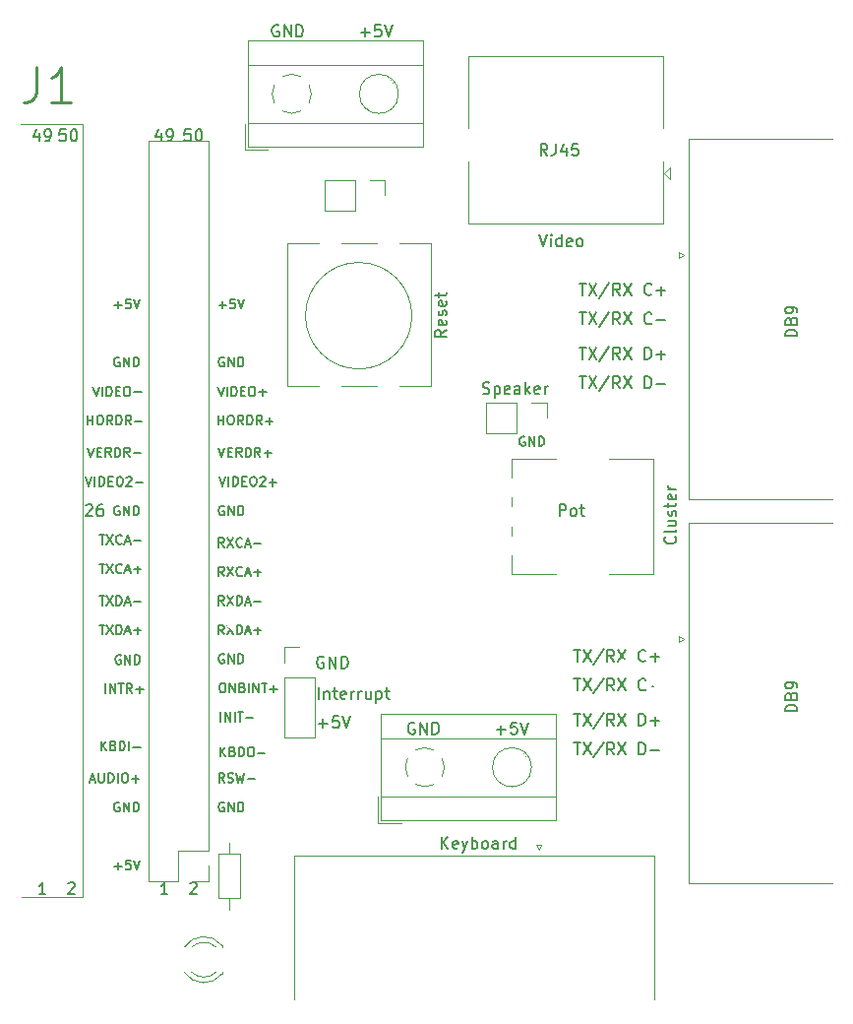
<source format=gbr>
G04 #@! TF.GenerationSoftware,KiCad,Pcbnew,8.0.3*
G04 #@! TF.CreationDate,2025-12-30T10:32:39+13:00*
G04 #@! TF.ProjectId,AWS_CPU_Interface_Board,4157535f-4350-4555-9f49-6e7465726661,rev?*
G04 #@! TF.SameCoordinates,Original*
G04 #@! TF.FileFunction,Legend,Top*
G04 #@! TF.FilePolarity,Positive*
%FSLAX46Y46*%
G04 Gerber Fmt 4.6, Leading zero omitted, Abs format (unit mm)*
G04 Created by KiCad (PCBNEW 8.0.3) date 2025-12-30 10:32:39*
%MOMM*%
%LPD*%
G01*
G04 APERTURE LIST*
%ADD10C,0.120000*%
%ADD11C,0.150000*%
%ADD12C,0.250000*%
%ADD13R,2.500000X2.500000*%
%ADD14C,2.500000*%
%ADD15C,8.000000*%
%ADD16C,1.700000*%
%ADD17O,1.700000X1.700000*%
%ADD18C,4.000000*%
%ADD19C,1.800000*%
%ADD20R,1.700000X1.700000*%
%ADD21R,1.800000X1.800000*%
%ADD22R,1.778000X1.778000*%
%ADD23C,1.778000*%
%ADD24C,2.540000*%
%ADD25C,1.400000*%
%ADD26O,1.400000X1.400000*%
%ADD27O,1.850000X3.048000*%
%ADD28R,1.600000X1.600000*%
%ADD29C,1.600000*%
%ADD30C,0.800000*%
G04 APERTURE END LIST*
D10*
X112000000Y-62750000D02*
X106675000Y-62750000D01*
X112000000Y-63750000D02*
X112000000Y-62750000D01*
X112000000Y-63750000D02*
X112000000Y-129250000D01*
X112000000Y-129250000D02*
X106700000Y-129250000D01*
D11*
X112235714Y-93062295D02*
X112502381Y-93862295D01*
X112502381Y-93862295D02*
X112769047Y-93062295D01*
X113035714Y-93862295D02*
X113035714Y-93062295D01*
X113416666Y-93862295D02*
X113416666Y-93062295D01*
X113416666Y-93062295D02*
X113607142Y-93062295D01*
X113607142Y-93062295D02*
X113721428Y-93100390D01*
X113721428Y-93100390D02*
X113797618Y-93176580D01*
X113797618Y-93176580D02*
X113835713Y-93252771D01*
X113835713Y-93252771D02*
X113873809Y-93405152D01*
X113873809Y-93405152D02*
X113873809Y-93519438D01*
X113873809Y-93519438D02*
X113835713Y-93671819D01*
X113835713Y-93671819D02*
X113797618Y-93748009D01*
X113797618Y-93748009D02*
X113721428Y-93824200D01*
X113721428Y-93824200D02*
X113607142Y-93862295D01*
X113607142Y-93862295D02*
X113416666Y-93862295D01*
X114216666Y-93443247D02*
X114483332Y-93443247D01*
X114597618Y-93862295D02*
X114216666Y-93862295D01*
X114216666Y-93862295D02*
X114216666Y-93062295D01*
X114216666Y-93062295D02*
X114597618Y-93062295D01*
X115092857Y-93062295D02*
X115245238Y-93062295D01*
X115245238Y-93062295D02*
X115321428Y-93100390D01*
X115321428Y-93100390D02*
X115397619Y-93176580D01*
X115397619Y-93176580D02*
X115435714Y-93328961D01*
X115435714Y-93328961D02*
X115435714Y-93595628D01*
X115435714Y-93595628D02*
X115397619Y-93748009D01*
X115397619Y-93748009D02*
X115321428Y-93824200D01*
X115321428Y-93824200D02*
X115245238Y-93862295D01*
X115245238Y-93862295D02*
X115092857Y-93862295D01*
X115092857Y-93862295D02*
X115016666Y-93824200D01*
X115016666Y-93824200D02*
X114940476Y-93748009D01*
X114940476Y-93748009D02*
X114902380Y-93595628D01*
X114902380Y-93595628D02*
X114902380Y-93328961D01*
X114902380Y-93328961D02*
X114940476Y-93176580D01*
X114940476Y-93176580D02*
X115016666Y-93100390D01*
X115016666Y-93100390D02*
X115092857Y-93062295D01*
X115740475Y-93138485D02*
X115778571Y-93100390D01*
X115778571Y-93100390D02*
X115854761Y-93062295D01*
X115854761Y-93062295D02*
X116045237Y-93062295D01*
X116045237Y-93062295D02*
X116121428Y-93100390D01*
X116121428Y-93100390D02*
X116159523Y-93138485D01*
X116159523Y-93138485D02*
X116197618Y-93214676D01*
X116197618Y-93214676D02*
X116197618Y-93290866D01*
X116197618Y-93290866D02*
X116159523Y-93405152D01*
X116159523Y-93405152D02*
X115702380Y-93862295D01*
X115702380Y-93862295D02*
X116197618Y-93862295D01*
X116540476Y-93557533D02*
X117150000Y-93557533D01*
X114721429Y-126557533D02*
X115330953Y-126557533D01*
X115026191Y-126862295D02*
X115026191Y-126252771D01*
X116092857Y-126062295D02*
X115711905Y-126062295D01*
X115711905Y-126062295D02*
X115673809Y-126443247D01*
X115673809Y-126443247D02*
X115711905Y-126405152D01*
X115711905Y-126405152D02*
X115788095Y-126367057D01*
X115788095Y-126367057D02*
X115978571Y-126367057D01*
X115978571Y-126367057D02*
X116054762Y-126405152D01*
X116054762Y-126405152D02*
X116092857Y-126443247D01*
X116092857Y-126443247D02*
X116130952Y-126519438D01*
X116130952Y-126519438D02*
X116130952Y-126709914D01*
X116130952Y-126709914D02*
X116092857Y-126786104D01*
X116092857Y-126786104D02*
X116054762Y-126824200D01*
X116054762Y-126824200D02*
X115978571Y-126862295D01*
X115978571Y-126862295D02*
X115788095Y-126862295D01*
X115788095Y-126862295D02*
X115711905Y-126824200D01*
X115711905Y-126824200D02*
X115673809Y-126786104D01*
X116359524Y-126062295D02*
X116626191Y-126862295D01*
X116626191Y-126862295D02*
X116892857Y-126062295D01*
X124140476Y-121100390D02*
X124064286Y-121062295D01*
X124064286Y-121062295D02*
X123950000Y-121062295D01*
X123950000Y-121062295D02*
X123835714Y-121100390D01*
X123835714Y-121100390D02*
X123759524Y-121176580D01*
X123759524Y-121176580D02*
X123721429Y-121252771D01*
X123721429Y-121252771D02*
X123683333Y-121405152D01*
X123683333Y-121405152D02*
X123683333Y-121519438D01*
X123683333Y-121519438D02*
X123721429Y-121671819D01*
X123721429Y-121671819D02*
X123759524Y-121748009D01*
X123759524Y-121748009D02*
X123835714Y-121824200D01*
X123835714Y-121824200D02*
X123950000Y-121862295D01*
X123950000Y-121862295D02*
X124026191Y-121862295D01*
X124026191Y-121862295D02*
X124140476Y-121824200D01*
X124140476Y-121824200D02*
X124178572Y-121786104D01*
X124178572Y-121786104D02*
X124178572Y-121519438D01*
X124178572Y-121519438D02*
X124026191Y-121519438D01*
X124521429Y-121862295D02*
X124521429Y-121062295D01*
X124521429Y-121062295D02*
X124978572Y-121862295D01*
X124978572Y-121862295D02*
X124978572Y-121062295D01*
X125359524Y-121862295D02*
X125359524Y-121062295D01*
X125359524Y-121062295D02*
X125550000Y-121062295D01*
X125550000Y-121062295D02*
X125664286Y-121100390D01*
X125664286Y-121100390D02*
X125740476Y-121176580D01*
X125740476Y-121176580D02*
X125778571Y-121252771D01*
X125778571Y-121252771D02*
X125816667Y-121405152D01*
X125816667Y-121405152D02*
X125816667Y-121519438D01*
X125816667Y-121519438D02*
X125778571Y-121671819D01*
X125778571Y-121671819D02*
X125740476Y-121748009D01*
X125740476Y-121748009D02*
X125664286Y-121824200D01*
X125664286Y-121824200D02*
X125550000Y-121862295D01*
X125550000Y-121862295D02*
X125359524Y-121862295D01*
X124140476Y-108350390D02*
X124064286Y-108312295D01*
X124064286Y-108312295D02*
X123950000Y-108312295D01*
X123950000Y-108312295D02*
X123835714Y-108350390D01*
X123835714Y-108350390D02*
X123759524Y-108426580D01*
X123759524Y-108426580D02*
X123721429Y-108502771D01*
X123721429Y-108502771D02*
X123683333Y-108655152D01*
X123683333Y-108655152D02*
X123683333Y-108769438D01*
X123683333Y-108769438D02*
X123721429Y-108921819D01*
X123721429Y-108921819D02*
X123759524Y-108998009D01*
X123759524Y-108998009D02*
X123835714Y-109074200D01*
X123835714Y-109074200D02*
X123950000Y-109112295D01*
X123950000Y-109112295D02*
X124026191Y-109112295D01*
X124026191Y-109112295D02*
X124140476Y-109074200D01*
X124140476Y-109074200D02*
X124178572Y-109036104D01*
X124178572Y-109036104D02*
X124178572Y-108769438D01*
X124178572Y-108769438D02*
X124026191Y-108769438D01*
X124521429Y-109112295D02*
X124521429Y-108312295D01*
X124521429Y-108312295D02*
X124978572Y-109112295D01*
X124978572Y-109112295D02*
X124978572Y-108312295D01*
X125359524Y-109112295D02*
X125359524Y-108312295D01*
X125359524Y-108312295D02*
X125550000Y-108312295D01*
X125550000Y-108312295D02*
X125664286Y-108350390D01*
X125664286Y-108350390D02*
X125740476Y-108426580D01*
X125740476Y-108426580D02*
X125778571Y-108502771D01*
X125778571Y-108502771D02*
X125816667Y-108655152D01*
X125816667Y-108655152D02*
X125816667Y-108769438D01*
X125816667Y-108769438D02*
X125778571Y-108921819D01*
X125778571Y-108921819D02*
X125740476Y-108998009D01*
X125740476Y-108998009D02*
X125664286Y-109074200D01*
X125664286Y-109074200D02*
X125550000Y-109112295D01*
X125550000Y-109112295D02*
X125359524Y-109112295D01*
X124140476Y-95600390D02*
X124064286Y-95562295D01*
X124064286Y-95562295D02*
X123950000Y-95562295D01*
X123950000Y-95562295D02*
X123835714Y-95600390D01*
X123835714Y-95600390D02*
X123759524Y-95676580D01*
X123759524Y-95676580D02*
X123721429Y-95752771D01*
X123721429Y-95752771D02*
X123683333Y-95905152D01*
X123683333Y-95905152D02*
X123683333Y-96019438D01*
X123683333Y-96019438D02*
X123721429Y-96171819D01*
X123721429Y-96171819D02*
X123759524Y-96248009D01*
X123759524Y-96248009D02*
X123835714Y-96324200D01*
X123835714Y-96324200D02*
X123950000Y-96362295D01*
X123950000Y-96362295D02*
X124026191Y-96362295D01*
X124026191Y-96362295D02*
X124140476Y-96324200D01*
X124140476Y-96324200D02*
X124178572Y-96286104D01*
X124178572Y-96286104D02*
X124178572Y-96019438D01*
X124178572Y-96019438D02*
X124026191Y-96019438D01*
X124521429Y-96362295D02*
X124521429Y-95562295D01*
X124521429Y-95562295D02*
X124978572Y-96362295D01*
X124978572Y-96362295D02*
X124978572Y-95562295D01*
X125359524Y-96362295D02*
X125359524Y-95562295D01*
X125359524Y-95562295D02*
X125550000Y-95562295D01*
X125550000Y-95562295D02*
X125664286Y-95600390D01*
X125664286Y-95600390D02*
X125740476Y-95676580D01*
X125740476Y-95676580D02*
X125778571Y-95752771D01*
X125778571Y-95752771D02*
X125816667Y-95905152D01*
X125816667Y-95905152D02*
X125816667Y-96019438D01*
X125816667Y-96019438D02*
X125778571Y-96171819D01*
X125778571Y-96171819D02*
X125740476Y-96248009D01*
X125740476Y-96248009D02*
X125664286Y-96324200D01*
X125664286Y-96324200D02*
X125550000Y-96362295D01*
X125550000Y-96362295D02*
X125359524Y-96362295D01*
X124140476Y-82850390D02*
X124064286Y-82812295D01*
X124064286Y-82812295D02*
X123950000Y-82812295D01*
X123950000Y-82812295D02*
X123835714Y-82850390D01*
X123835714Y-82850390D02*
X123759524Y-82926580D01*
X123759524Y-82926580D02*
X123721429Y-83002771D01*
X123721429Y-83002771D02*
X123683333Y-83155152D01*
X123683333Y-83155152D02*
X123683333Y-83269438D01*
X123683333Y-83269438D02*
X123721429Y-83421819D01*
X123721429Y-83421819D02*
X123759524Y-83498009D01*
X123759524Y-83498009D02*
X123835714Y-83574200D01*
X123835714Y-83574200D02*
X123950000Y-83612295D01*
X123950000Y-83612295D02*
X124026191Y-83612295D01*
X124026191Y-83612295D02*
X124140476Y-83574200D01*
X124140476Y-83574200D02*
X124178572Y-83536104D01*
X124178572Y-83536104D02*
X124178572Y-83269438D01*
X124178572Y-83269438D02*
X124026191Y-83269438D01*
X124521429Y-83612295D02*
X124521429Y-82812295D01*
X124521429Y-82812295D02*
X124978572Y-83612295D01*
X124978572Y-83612295D02*
X124978572Y-82812295D01*
X125359524Y-83612295D02*
X125359524Y-82812295D01*
X125359524Y-82812295D02*
X125550000Y-82812295D01*
X125550000Y-82812295D02*
X125664286Y-82850390D01*
X125664286Y-82850390D02*
X125740476Y-82926580D01*
X125740476Y-82926580D02*
X125778571Y-83002771D01*
X125778571Y-83002771D02*
X125816667Y-83155152D01*
X125816667Y-83155152D02*
X125816667Y-83269438D01*
X125816667Y-83269438D02*
X125778571Y-83421819D01*
X125778571Y-83421819D02*
X125740476Y-83498009D01*
X125740476Y-83498009D02*
X125664286Y-83574200D01*
X125664286Y-83574200D02*
X125550000Y-83612295D01*
X125550000Y-83612295D02*
X125359524Y-83612295D01*
X123721429Y-78307533D02*
X124330953Y-78307533D01*
X124026191Y-78612295D02*
X124026191Y-78002771D01*
X125092857Y-77812295D02*
X124711905Y-77812295D01*
X124711905Y-77812295D02*
X124673809Y-78193247D01*
X124673809Y-78193247D02*
X124711905Y-78155152D01*
X124711905Y-78155152D02*
X124788095Y-78117057D01*
X124788095Y-78117057D02*
X124978571Y-78117057D01*
X124978571Y-78117057D02*
X125054762Y-78155152D01*
X125054762Y-78155152D02*
X125092857Y-78193247D01*
X125092857Y-78193247D02*
X125130952Y-78269438D01*
X125130952Y-78269438D02*
X125130952Y-78459914D01*
X125130952Y-78459914D02*
X125092857Y-78536104D01*
X125092857Y-78536104D02*
X125054762Y-78574200D01*
X125054762Y-78574200D02*
X124978571Y-78612295D01*
X124978571Y-78612295D02*
X124788095Y-78612295D01*
X124788095Y-78612295D02*
X124711905Y-78574200D01*
X124711905Y-78574200D02*
X124673809Y-78536104D01*
X125359524Y-77812295D02*
X125626191Y-78612295D01*
X125626191Y-78612295D02*
X125892857Y-77812295D01*
X123676190Y-90562295D02*
X123942857Y-91362295D01*
X123942857Y-91362295D02*
X124209523Y-90562295D01*
X124476190Y-90943247D02*
X124742856Y-90943247D01*
X124857142Y-91362295D02*
X124476190Y-91362295D01*
X124476190Y-91362295D02*
X124476190Y-90562295D01*
X124476190Y-90562295D02*
X124857142Y-90562295D01*
X125657143Y-91362295D02*
X125390476Y-90981342D01*
X125200000Y-91362295D02*
X125200000Y-90562295D01*
X125200000Y-90562295D02*
X125504762Y-90562295D01*
X125504762Y-90562295D02*
X125580952Y-90600390D01*
X125580952Y-90600390D02*
X125619047Y-90638485D01*
X125619047Y-90638485D02*
X125657143Y-90714676D01*
X125657143Y-90714676D02*
X125657143Y-90828961D01*
X125657143Y-90828961D02*
X125619047Y-90905152D01*
X125619047Y-90905152D02*
X125580952Y-90943247D01*
X125580952Y-90943247D02*
X125504762Y-90981342D01*
X125504762Y-90981342D02*
X125200000Y-90981342D01*
X126000000Y-91362295D02*
X126000000Y-90562295D01*
X126000000Y-90562295D02*
X126190476Y-90562295D01*
X126190476Y-90562295D02*
X126304762Y-90600390D01*
X126304762Y-90600390D02*
X126380952Y-90676580D01*
X126380952Y-90676580D02*
X126419047Y-90752771D01*
X126419047Y-90752771D02*
X126457143Y-90905152D01*
X126457143Y-90905152D02*
X126457143Y-91019438D01*
X126457143Y-91019438D02*
X126419047Y-91171819D01*
X126419047Y-91171819D02*
X126380952Y-91248009D01*
X126380952Y-91248009D02*
X126304762Y-91324200D01*
X126304762Y-91324200D02*
X126190476Y-91362295D01*
X126190476Y-91362295D02*
X126000000Y-91362295D01*
X127257143Y-91362295D02*
X126990476Y-90981342D01*
X126800000Y-91362295D02*
X126800000Y-90562295D01*
X126800000Y-90562295D02*
X127104762Y-90562295D01*
X127104762Y-90562295D02*
X127180952Y-90600390D01*
X127180952Y-90600390D02*
X127219047Y-90638485D01*
X127219047Y-90638485D02*
X127257143Y-90714676D01*
X127257143Y-90714676D02*
X127257143Y-90828961D01*
X127257143Y-90828961D02*
X127219047Y-90905152D01*
X127219047Y-90905152D02*
X127180952Y-90943247D01*
X127180952Y-90943247D02*
X127104762Y-90981342D01*
X127104762Y-90981342D02*
X126800000Y-90981342D01*
X127600000Y-91057533D02*
X128209524Y-91057533D01*
X127904762Y-91362295D02*
X127904762Y-90752771D01*
X123657143Y-88612295D02*
X123657143Y-87812295D01*
X123657143Y-88193247D02*
X124114286Y-88193247D01*
X124114286Y-88612295D02*
X124114286Y-87812295D01*
X124647619Y-87812295D02*
X124800000Y-87812295D01*
X124800000Y-87812295D02*
X124876190Y-87850390D01*
X124876190Y-87850390D02*
X124952381Y-87926580D01*
X124952381Y-87926580D02*
X124990476Y-88078961D01*
X124990476Y-88078961D02*
X124990476Y-88345628D01*
X124990476Y-88345628D02*
X124952381Y-88498009D01*
X124952381Y-88498009D02*
X124876190Y-88574200D01*
X124876190Y-88574200D02*
X124800000Y-88612295D01*
X124800000Y-88612295D02*
X124647619Y-88612295D01*
X124647619Y-88612295D02*
X124571428Y-88574200D01*
X124571428Y-88574200D02*
X124495238Y-88498009D01*
X124495238Y-88498009D02*
X124457142Y-88345628D01*
X124457142Y-88345628D02*
X124457142Y-88078961D01*
X124457142Y-88078961D02*
X124495238Y-87926580D01*
X124495238Y-87926580D02*
X124571428Y-87850390D01*
X124571428Y-87850390D02*
X124647619Y-87812295D01*
X125790476Y-88612295D02*
X125523809Y-88231342D01*
X125333333Y-88612295D02*
X125333333Y-87812295D01*
X125333333Y-87812295D02*
X125638095Y-87812295D01*
X125638095Y-87812295D02*
X125714285Y-87850390D01*
X125714285Y-87850390D02*
X125752380Y-87888485D01*
X125752380Y-87888485D02*
X125790476Y-87964676D01*
X125790476Y-87964676D02*
X125790476Y-88078961D01*
X125790476Y-88078961D02*
X125752380Y-88155152D01*
X125752380Y-88155152D02*
X125714285Y-88193247D01*
X125714285Y-88193247D02*
X125638095Y-88231342D01*
X125638095Y-88231342D02*
X125333333Y-88231342D01*
X126133333Y-88612295D02*
X126133333Y-87812295D01*
X126133333Y-87812295D02*
X126323809Y-87812295D01*
X126323809Y-87812295D02*
X126438095Y-87850390D01*
X126438095Y-87850390D02*
X126514285Y-87926580D01*
X126514285Y-87926580D02*
X126552380Y-88002771D01*
X126552380Y-88002771D02*
X126590476Y-88155152D01*
X126590476Y-88155152D02*
X126590476Y-88269438D01*
X126590476Y-88269438D02*
X126552380Y-88421819D01*
X126552380Y-88421819D02*
X126514285Y-88498009D01*
X126514285Y-88498009D02*
X126438095Y-88574200D01*
X126438095Y-88574200D02*
X126323809Y-88612295D01*
X126323809Y-88612295D02*
X126133333Y-88612295D01*
X127390476Y-88612295D02*
X127123809Y-88231342D01*
X126933333Y-88612295D02*
X126933333Y-87812295D01*
X126933333Y-87812295D02*
X127238095Y-87812295D01*
X127238095Y-87812295D02*
X127314285Y-87850390D01*
X127314285Y-87850390D02*
X127352380Y-87888485D01*
X127352380Y-87888485D02*
X127390476Y-87964676D01*
X127390476Y-87964676D02*
X127390476Y-88078961D01*
X127390476Y-88078961D02*
X127352380Y-88155152D01*
X127352380Y-88155152D02*
X127314285Y-88193247D01*
X127314285Y-88193247D02*
X127238095Y-88231342D01*
X127238095Y-88231342D02*
X126933333Y-88231342D01*
X127733333Y-88307533D02*
X128342857Y-88307533D01*
X128038095Y-88612295D02*
X128038095Y-88002771D01*
X123616667Y-85312295D02*
X123883334Y-86112295D01*
X123883334Y-86112295D02*
X124150000Y-85312295D01*
X124416667Y-86112295D02*
X124416667Y-85312295D01*
X124797619Y-86112295D02*
X124797619Y-85312295D01*
X124797619Y-85312295D02*
X124988095Y-85312295D01*
X124988095Y-85312295D02*
X125102381Y-85350390D01*
X125102381Y-85350390D02*
X125178571Y-85426580D01*
X125178571Y-85426580D02*
X125216666Y-85502771D01*
X125216666Y-85502771D02*
X125254762Y-85655152D01*
X125254762Y-85655152D02*
X125254762Y-85769438D01*
X125254762Y-85769438D02*
X125216666Y-85921819D01*
X125216666Y-85921819D02*
X125178571Y-85998009D01*
X125178571Y-85998009D02*
X125102381Y-86074200D01*
X125102381Y-86074200D02*
X124988095Y-86112295D01*
X124988095Y-86112295D02*
X124797619Y-86112295D01*
X125597619Y-85693247D02*
X125864285Y-85693247D01*
X125978571Y-86112295D02*
X125597619Y-86112295D01*
X125597619Y-86112295D02*
X125597619Y-85312295D01*
X125597619Y-85312295D02*
X125978571Y-85312295D01*
X126473810Y-85312295D02*
X126626191Y-85312295D01*
X126626191Y-85312295D02*
X126702381Y-85350390D01*
X126702381Y-85350390D02*
X126778572Y-85426580D01*
X126778572Y-85426580D02*
X126816667Y-85578961D01*
X126816667Y-85578961D02*
X126816667Y-85845628D01*
X126816667Y-85845628D02*
X126778572Y-85998009D01*
X126778572Y-85998009D02*
X126702381Y-86074200D01*
X126702381Y-86074200D02*
X126626191Y-86112295D01*
X126626191Y-86112295D02*
X126473810Y-86112295D01*
X126473810Y-86112295D02*
X126397619Y-86074200D01*
X126397619Y-86074200D02*
X126321429Y-85998009D01*
X126321429Y-85998009D02*
X126283333Y-85845628D01*
X126283333Y-85845628D02*
X126283333Y-85578961D01*
X126283333Y-85578961D02*
X126321429Y-85426580D01*
X126321429Y-85426580D02*
X126397619Y-85350390D01*
X126397619Y-85350390D02*
X126473810Y-85312295D01*
X127159524Y-85807533D02*
X127769048Y-85807533D01*
X127464286Y-86112295D02*
X127464286Y-85502771D01*
X140538095Y-114252438D02*
X140442857Y-114204819D01*
X140442857Y-114204819D02*
X140300000Y-114204819D01*
X140300000Y-114204819D02*
X140157143Y-114252438D01*
X140157143Y-114252438D02*
X140061905Y-114347676D01*
X140061905Y-114347676D02*
X140014286Y-114442914D01*
X140014286Y-114442914D02*
X139966667Y-114633390D01*
X139966667Y-114633390D02*
X139966667Y-114776247D01*
X139966667Y-114776247D02*
X140014286Y-114966723D01*
X140014286Y-114966723D02*
X140061905Y-115061961D01*
X140061905Y-115061961D02*
X140157143Y-115157200D01*
X140157143Y-115157200D02*
X140300000Y-115204819D01*
X140300000Y-115204819D02*
X140395238Y-115204819D01*
X140395238Y-115204819D02*
X140538095Y-115157200D01*
X140538095Y-115157200D02*
X140585714Y-115109580D01*
X140585714Y-115109580D02*
X140585714Y-114776247D01*
X140585714Y-114776247D02*
X140395238Y-114776247D01*
X141014286Y-115204819D02*
X141014286Y-114204819D01*
X141014286Y-114204819D02*
X141585714Y-115204819D01*
X141585714Y-115204819D02*
X141585714Y-114204819D01*
X142061905Y-115204819D02*
X142061905Y-114204819D01*
X142061905Y-114204819D02*
X142300000Y-114204819D01*
X142300000Y-114204819D02*
X142442857Y-114252438D01*
X142442857Y-114252438D02*
X142538095Y-114347676D01*
X142538095Y-114347676D02*
X142585714Y-114442914D01*
X142585714Y-114442914D02*
X142633333Y-114633390D01*
X142633333Y-114633390D02*
X142633333Y-114776247D01*
X142633333Y-114776247D02*
X142585714Y-114966723D01*
X142585714Y-114966723D02*
X142538095Y-115061961D01*
X142538095Y-115061961D02*
X142442857Y-115157200D01*
X142442857Y-115157200D02*
X142300000Y-115204819D01*
X142300000Y-115204819D02*
X142061905Y-115204819D01*
X147614286Y-114823866D02*
X148376191Y-114823866D01*
X147995238Y-115204819D02*
X147995238Y-114442914D01*
X149328571Y-114204819D02*
X148852381Y-114204819D01*
X148852381Y-114204819D02*
X148804762Y-114681009D01*
X148804762Y-114681009D02*
X148852381Y-114633390D01*
X148852381Y-114633390D02*
X148947619Y-114585771D01*
X148947619Y-114585771D02*
X149185714Y-114585771D01*
X149185714Y-114585771D02*
X149280952Y-114633390D01*
X149280952Y-114633390D02*
X149328571Y-114681009D01*
X149328571Y-114681009D02*
X149376190Y-114776247D01*
X149376190Y-114776247D02*
X149376190Y-115014342D01*
X149376190Y-115014342D02*
X149328571Y-115109580D01*
X149328571Y-115109580D02*
X149280952Y-115157200D01*
X149280952Y-115157200D02*
X149185714Y-115204819D01*
X149185714Y-115204819D02*
X148947619Y-115204819D01*
X148947619Y-115204819D02*
X148852381Y-115157200D01*
X148852381Y-115157200D02*
X148804762Y-115109580D01*
X149661905Y-114204819D02*
X149995238Y-115204819D01*
X149995238Y-115204819D02*
X150328571Y-114204819D01*
X154238095Y-107954819D02*
X154809523Y-107954819D01*
X154523809Y-108954819D02*
X154523809Y-107954819D01*
X155047619Y-107954819D02*
X155714285Y-108954819D01*
X155714285Y-107954819D02*
X155047619Y-108954819D01*
X156809523Y-107907200D02*
X155952381Y-109192914D01*
X157714285Y-108954819D02*
X157380952Y-108478628D01*
X157142857Y-108954819D02*
X157142857Y-107954819D01*
X157142857Y-107954819D02*
X157523809Y-107954819D01*
X157523809Y-107954819D02*
X157619047Y-108002438D01*
X157619047Y-108002438D02*
X157666666Y-108050057D01*
X157666666Y-108050057D02*
X157714285Y-108145295D01*
X157714285Y-108145295D02*
X157714285Y-108288152D01*
X157714285Y-108288152D02*
X157666666Y-108383390D01*
X157666666Y-108383390D02*
X157619047Y-108431009D01*
X157619047Y-108431009D02*
X157523809Y-108478628D01*
X157523809Y-108478628D02*
X157142857Y-108478628D01*
X158047619Y-107954819D02*
X158714285Y-108954819D01*
X158714285Y-107954819D02*
X158047619Y-108954819D01*
X160428571Y-108859580D02*
X160380952Y-108907200D01*
X160380952Y-108907200D02*
X160238095Y-108954819D01*
X160238095Y-108954819D02*
X160142857Y-108954819D01*
X160142857Y-108954819D02*
X160000000Y-108907200D01*
X160000000Y-108907200D02*
X159904762Y-108811961D01*
X159904762Y-108811961D02*
X159857143Y-108716723D01*
X159857143Y-108716723D02*
X159809524Y-108526247D01*
X159809524Y-108526247D02*
X159809524Y-108383390D01*
X159809524Y-108383390D02*
X159857143Y-108192914D01*
X159857143Y-108192914D02*
X159904762Y-108097676D01*
X159904762Y-108097676D02*
X160000000Y-108002438D01*
X160000000Y-108002438D02*
X160142857Y-107954819D01*
X160142857Y-107954819D02*
X160238095Y-107954819D01*
X160238095Y-107954819D02*
X160380952Y-108002438D01*
X160380952Y-108002438D02*
X160428571Y-108050057D01*
X160857143Y-108573866D02*
X161619048Y-108573866D01*
X161238095Y-108954819D02*
X161238095Y-108192914D01*
X154738095Y-78954819D02*
X155309523Y-78954819D01*
X155023809Y-79954819D02*
X155023809Y-78954819D01*
X155547619Y-78954819D02*
X156214285Y-79954819D01*
X156214285Y-78954819D02*
X155547619Y-79954819D01*
X157309523Y-78907200D02*
X156452381Y-80192914D01*
X158214285Y-79954819D02*
X157880952Y-79478628D01*
X157642857Y-79954819D02*
X157642857Y-78954819D01*
X157642857Y-78954819D02*
X158023809Y-78954819D01*
X158023809Y-78954819D02*
X158119047Y-79002438D01*
X158119047Y-79002438D02*
X158166666Y-79050057D01*
X158166666Y-79050057D02*
X158214285Y-79145295D01*
X158214285Y-79145295D02*
X158214285Y-79288152D01*
X158214285Y-79288152D02*
X158166666Y-79383390D01*
X158166666Y-79383390D02*
X158119047Y-79431009D01*
X158119047Y-79431009D02*
X158023809Y-79478628D01*
X158023809Y-79478628D02*
X157642857Y-79478628D01*
X158547619Y-78954819D02*
X159214285Y-79954819D01*
X159214285Y-78954819D02*
X158547619Y-79954819D01*
X160928571Y-79859580D02*
X160880952Y-79907200D01*
X160880952Y-79907200D02*
X160738095Y-79954819D01*
X160738095Y-79954819D02*
X160642857Y-79954819D01*
X160642857Y-79954819D02*
X160500000Y-79907200D01*
X160500000Y-79907200D02*
X160404762Y-79811961D01*
X160404762Y-79811961D02*
X160357143Y-79716723D01*
X160357143Y-79716723D02*
X160309524Y-79526247D01*
X160309524Y-79526247D02*
X160309524Y-79383390D01*
X160309524Y-79383390D02*
X160357143Y-79192914D01*
X160357143Y-79192914D02*
X160404762Y-79097676D01*
X160404762Y-79097676D02*
X160500000Y-79002438D01*
X160500000Y-79002438D02*
X160642857Y-78954819D01*
X160642857Y-78954819D02*
X160738095Y-78954819D01*
X160738095Y-78954819D02*
X160880952Y-79002438D01*
X160880952Y-79002438D02*
X160928571Y-79050057D01*
X161357143Y-79573866D02*
X162119048Y-79573866D01*
X154738095Y-81954819D02*
X155309523Y-81954819D01*
X155023809Y-82954819D02*
X155023809Y-81954819D01*
X155547619Y-81954819D02*
X156214285Y-82954819D01*
X156214285Y-81954819D02*
X155547619Y-82954819D01*
X157309523Y-81907200D02*
X156452381Y-83192914D01*
X158214285Y-82954819D02*
X157880952Y-82478628D01*
X157642857Y-82954819D02*
X157642857Y-81954819D01*
X157642857Y-81954819D02*
X158023809Y-81954819D01*
X158023809Y-81954819D02*
X158119047Y-82002438D01*
X158119047Y-82002438D02*
X158166666Y-82050057D01*
X158166666Y-82050057D02*
X158214285Y-82145295D01*
X158214285Y-82145295D02*
X158214285Y-82288152D01*
X158214285Y-82288152D02*
X158166666Y-82383390D01*
X158166666Y-82383390D02*
X158119047Y-82431009D01*
X158119047Y-82431009D02*
X158023809Y-82478628D01*
X158023809Y-82478628D02*
X157642857Y-82478628D01*
X158547619Y-81954819D02*
X159214285Y-82954819D01*
X159214285Y-81954819D02*
X158547619Y-82954819D01*
X160357143Y-82954819D02*
X160357143Y-81954819D01*
X160357143Y-81954819D02*
X160595238Y-81954819D01*
X160595238Y-81954819D02*
X160738095Y-82002438D01*
X160738095Y-82002438D02*
X160833333Y-82097676D01*
X160833333Y-82097676D02*
X160880952Y-82192914D01*
X160880952Y-82192914D02*
X160928571Y-82383390D01*
X160928571Y-82383390D02*
X160928571Y-82526247D01*
X160928571Y-82526247D02*
X160880952Y-82716723D01*
X160880952Y-82716723D02*
X160833333Y-82811961D01*
X160833333Y-82811961D02*
X160738095Y-82907200D01*
X160738095Y-82907200D02*
X160595238Y-82954819D01*
X160595238Y-82954819D02*
X160357143Y-82954819D01*
X161357143Y-82573866D02*
X162119048Y-82573866D01*
X161738095Y-82954819D02*
X161738095Y-82192914D01*
X154738095Y-76454819D02*
X155309523Y-76454819D01*
X155023809Y-77454819D02*
X155023809Y-76454819D01*
X155547619Y-76454819D02*
X156214285Y-77454819D01*
X156214285Y-76454819D02*
X155547619Y-77454819D01*
X157309523Y-76407200D02*
X156452381Y-77692914D01*
X158214285Y-77454819D02*
X157880952Y-76978628D01*
X157642857Y-77454819D02*
X157642857Y-76454819D01*
X157642857Y-76454819D02*
X158023809Y-76454819D01*
X158023809Y-76454819D02*
X158119047Y-76502438D01*
X158119047Y-76502438D02*
X158166666Y-76550057D01*
X158166666Y-76550057D02*
X158214285Y-76645295D01*
X158214285Y-76645295D02*
X158214285Y-76788152D01*
X158214285Y-76788152D02*
X158166666Y-76883390D01*
X158166666Y-76883390D02*
X158119047Y-76931009D01*
X158119047Y-76931009D02*
X158023809Y-76978628D01*
X158023809Y-76978628D02*
X157642857Y-76978628D01*
X158547619Y-76454819D02*
X159214285Y-77454819D01*
X159214285Y-76454819D02*
X158547619Y-77454819D01*
X160928571Y-77359580D02*
X160880952Y-77407200D01*
X160880952Y-77407200D02*
X160738095Y-77454819D01*
X160738095Y-77454819D02*
X160642857Y-77454819D01*
X160642857Y-77454819D02*
X160500000Y-77407200D01*
X160500000Y-77407200D02*
X160404762Y-77311961D01*
X160404762Y-77311961D02*
X160357143Y-77216723D01*
X160357143Y-77216723D02*
X160309524Y-77026247D01*
X160309524Y-77026247D02*
X160309524Y-76883390D01*
X160309524Y-76883390D02*
X160357143Y-76692914D01*
X160357143Y-76692914D02*
X160404762Y-76597676D01*
X160404762Y-76597676D02*
X160500000Y-76502438D01*
X160500000Y-76502438D02*
X160642857Y-76454819D01*
X160642857Y-76454819D02*
X160738095Y-76454819D01*
X160738095Y-76454819D02*
X160880952Y-76502438D01*
X160880952Y-76502438D02*
X160928571Y-76550057D01*
X161357143Y-77073866D02*
X162119048Y-77073866D01*
X161738095Y-77454819D02*
X161738095Y-76692914D01*
X154738095Y-84454819D02*
X155309523Y-84454819D01*
X155023809Y-85454819D02*
X155023809Y-84454819D01*
X155547619Y-84454819D02*
X156214285Y-85454819D01*
X156214285Y-84454819D02*
X155547619Y-85454819D01*
X157309523Y-84407200D02*
X156452381Y-85692914D01*
X158214285Y-85454819D02*
X157880952Y-84978628D01*
X157642857Y-85454819D02*
X157642857Y-84454819D01*
X157642857Y-84454819D02*
X158023809Y-84454819D01*
X158023809Y-84454819D02*
X158119047Y-84502438D01*
X158119047Y-84502438D02*
X158166666Y-84550057D01*
X158166666Y-84550057D02*
X158214285Y-84645295D01*
X158214285Y-84645295D02*
X158214285Y-84788152D01*
X158214285Y-84788152D02*
X158166666Y-84883390D01*
X158166666Y-84883390D02*
X158119047Y-84931009D01*
X158119047Y-84931009D02*
X158023809Y-84978628D01*
X158023809Y-84978628D02*
X157642857Y-84978628D01*
X158547619Y-84454819D02*
X159214285Y-85454819D01*
X159214285Y-84454819D02*
X158547619Y-85454819D01*
X160357143Y-85454819D02*
X160357143Y-84454819D01*
X160357143Y-84454819D02*
X160595238Y-84454819D01*
X160595238Y-84454819D02*
X160738095Y-84502438D01*
X160738095Y-84502438D02*
X160833333Y-84597676D01*
X160833333Y-84597676D02*
X160880952Y-84692914D01*
X160880952Y-84692914D02*
X160928571Y-84883390D01*
X160928571Y-84883390D02*
X160928571Y-85026247D01*
X160928571Y-85026247D02*
X160880952Y-85216723D01*
X160880952Y-85216723D02*
X160833333Y-85311961D01*
X160833333Y-85311961D02*
X160738095Y-85407200D01*
X160738095Y-85407200D02*
X160595238Y-85454819D01*
X160595238Y-85454819D02*
X160357143Y-85454819D01*
X161357143Y-85073866D02*
X162119048Y-85073866D01*
X150015476Y-89650390D02*
X149939286Y-89612295D01*
X149939286Y-89612295D02*
X149825000Y-89612295D01*
X149825000Y-89612295D02*
X149710714Y-89650390D01*
X149710714Y-89650390D02*
X149634524Y-89726580D01*
X149634524Y-89726580D02*
X149596429Y-89802771D01*
X149596429Y-89802771D02*
X149558333Y-89955152D01*
X149558333Y-89955152D02*
X149558333Y-90069438D01*
X149558333Y-90069438D02*
X149596429Y-90221819D01*
X149596429Y-90221819D02*
X149634524Y-90298009D01*
X149634524Y-90298009D02*
X149710714Y-90374200D01*
X149710714Y-90374200D02*
X149825000Y-90412295D01*
X149825000Y-90412295D02*
X149901191Y-90412295D01*
X149901191Y-90412295D02*
X150015476Y-90374200D01*
X150015476Y-90374200D02*
X150053572Y-90336104D01*
X150053572Y-90336104D02*
X150053572Y-90069438D01*
X150053572Y-90069438D02*
X149901191Y-90069438D01*
X150396429Y-90412295D02*
X150396429Y-89612295D01*
X150396429Y-89612295D02*
X150853572Y-90412295D01*
X150853572Y-90412295D02*
X150853572Y-89612295D01*
X151234524Y-90412295D02*
X151234524Y-89612295D01*
X151234524Y-89612295D02*
X151425000Y-89612295D01*
X151425000Y-89612295D02*
X151539286Y-89650390D01*
X151539286Y-89650390D02*
X151615476Y-89726580D01*
X151615476Y-89726580D02*
X151653571Y-89802771D01*
X151653571Y-89802771D02*
X151691667Y-89955152D01*
X151691667Y-89955152D02*
X151691667Y-90069438D01*
X151691667Y-90069438D02*
X151653571Y-90221819D01*
X151653571Y-90221819D02*
X151615476Y-90298009D01*
X151615476Y-90298009D02*
X151539286Y-90374200D01*
X151539286Y-90374200D02*
X151425000Y-90412295D01*
X151425000Y-90412295D02*
X151234524Y-90412295D01*
X173454819Y-80988094D02*
X172454819Y-80988094D01*
X172454819Y-80988094D02*
X172454819Y-80749999D01*
X172454819Y-80749999D02*
X172502438Y-80607142D01*
X172502438Y-80607142D02*
X172597676Y-80511904D01*
X172597676Y-80511904D02*
X172692914Y-80464285D01*
X172692914Y-80464285D02*
X172883390Y-80416666D01*
X172883390Y-80416666D02*
X173026247Y-80416666D01*
X173026247Y-80416666D02*
X173216723Y-80464285D01*
X173216723Y-80464285D02*
X173311961Y-80511904D01*
X173311961Y-80511904D02*
X173407200Y-80607142D01*
X173407200Y-80607142D02*
X173454819Y-80749999D01*
X173454819Y-80749999D02*
X173454819Y-80988094D01*
X172931009Y-79654761D02*
X172978628Y-79511904D01*
X172978628Y-79511904D02*
X173026247Y-79464285D01*
X173026247Y-79464285D02*
X173121485Y-79416666D01*
X173121485Y-79416666D02*
X173264342Y-79416666D01*
X173264342Y-79416666D02*
X173359580Y-79464285D01*
X173359580Y-79464285D02*
X173407200Y-79511904D01*
X173407200Y-79511904D02*
X173454819Y-79607142D01*
X173454819Y-79607142D02*
X173454819Y-79988094D01*
X173454819Y-79988094D02*
X172454819Y-79988094D01*
X172454819Y-79988094D02*
X172454819Y-79654761D01*
X172454819Y-79654761D02*
X172502438Y-79559523D01*
X172502438Y-79559523D02*
X172550057Y-79511904D01*
X172550057Y-79511904D02*
X172645295Y-79464285D01*
X172645295Y-79464285D02*
X172740533Y-79464285D01*
X172740533Y-79464285D02*
X172835771Y-79511904D01*
X172835771Y-79511904D02*
X172883390Y-79559523D01*
X172883390Y-79559523D02*
X172931009Y-79654761D01*
X172931009Y-79654761D02*
X172931009Y-79988094D01*
X173454819Y-78940475D02*
X173454819Y-78749999D01*
X173454819Y-78749999D02*
X173407200Y-78654761D01*
X173407200Y-78654761D02*
X173359580Y-78607142D01*
X173359580Y-78607142D02*
X173216723Y-78511904D01*
X173216723Y-78511904D02*
X173026247Y-78464285D01*
X173026247Y-78464285D02*
X172645295Y-78464285D01*
X172645295Y-78464285D02*
X172550057Y-78511904D01*
X172550057Y-78511904D02*
X172502438Y-78559523D01*
X172502438Y-78559523D02*
X172454819Y-78654761D01*
X172454819Y-78654761D02*
X172454819Y-78845237D01*
X172454819Y-78845237D02*
X172502438Y-78940475D01*
X172502438Y-78940475D02*
X172550057Y-78988094D01*
X172550057Y-78988094D02*
X172645295Y-79035713D01*
X172645295Y-79035713D02*
X172883390Y-79035713D01*
X172883390Y-79035713D02*
X172978628Y-78988094D01*
X172978628Y-78988094D02*
X173026247Y-78940475D01*
X173026247Y-78940475D02*
X173073866Y-78845237D01*
X173073866Y-78845237D02*
X173073866Y-78654761D01*
X173073866Y-78654761D02*
X173026247Y-78559523D01*
X173026247Y-78559523D02*
X172978628Y-78511904D01*
X172978628Y-78511904D02*
X172883390Y-78464285D01*
X119285714Y-128954819D02*
X118714286Y-128954819D01*
X119000000Y-128954819D02*
X119000000Y-127954819D01*
X119000000Y-127954819D02*
X118904762Y-128097676D01*
X118904762Y-128097676D02*
X118809524Y-128192914D01*
X118809524Y-128192914D02*
X118714286Y-128240533D01*
X121214286Y-128050057D02*
X121261905Y-128002438D01*
X121261905Y-128002438D02*
X121357143Y-127954819D01*
X121357143Y-127954819D02*
X121595238Y-127954819D01*
X121595238Y-127954819D02*
X121690476Y-128002438D01*
X121690476Y-128002438D02*
X121738095Y-128050057D01*
X121738095Y-128050057D02*
X121785714Y-128145295D01*
X121785714Y-128145295D02*
X121785714Y-128240533D01*
X121785714Y-128240533D02*
X121738095Y-128383390D01*
X121738095Y-128383390D02*
X121166667Y-128954819D01*
X121166667Y-128954819D02*
X121785714Y-128954819D01*
X118714285Y-63538152D02*
X118714285Y-64204819D01*
X118476190Y-63157200D02*
X118238095Y-63871485D01*
X118238095Y-63871485D02*
X118857142Y-63871485D01*
X119285714Y-64204819D02*
X119476190Y-64204819D01*
X119476190Y-64204819D02*
X119571428Y-64157200D01*
X119571428Y-64157200D02*
X119619047Y-64109580D01*
X119619047Y-64109580D02*
X119714285Y-63966723D01*
X119714285Y-63966723D02*
X119761904Y-63776247D01*
X119761904Y-63776247D02*
X119761904Y-63395295D01*
X119761904Y-63395295D02*
X119714285Y-63300057D01*
X119714285Y-63300057D02*
X119666666Y-63252438D01*
X119666666Y-63252438D02*
X119571428Y-63204819D01*
X119571428Y-63204819D02*
X119380952Y-63204819D01*
X119380952Y-63204819D02*
X119285714Y-63252438D01*
X119285714Y-63252438D02*
X119238095Y-63300057D01*
X119238095Y-63300057D02*
X119190476Y-63395295D01*
X119190476Y-63395295D02*
X119190476Y-63633390D01*
X119190476Y-63633390D02*
X119238095Y-63728628D01*
X119238095Y-63728628D02*
X119285714Y-63776247D01*
X119285714Y-63776247D02*
X119380952Y-63823866D01*
X119380952Y-63823866D02*
X119571428Y-63823866D01*
X119571428Y-63823866D02*
X119666666Y-63776247D01*
X119666666Y-63776247D02*
X119714285Y-63728628D01*
X119714285Y-63728628D02*
X119761904Y-63633390D01*
X121261904Y-63204819D02*
X120785714Y-63204819D01*
X120785714Y-63204819D02*
X120738095Y-63681009D01*
X120738095Y-63681009D02*
X120785714Y-63633390D01*
X120785714Y-63633390D02*
X120880952Y-63585771D01*
X120880952Y-63585771D02*
X121119047Y-63585771D01*
X121119047Y-63585771D02*
X121214285Y-63633390D01*
X121214285Y-63633390D02*
X121261904Y-63681009D01*
X121261904Y-63681009D02*
X121309523Y-63776247D01*
X121309523Y-63776247D02*
X121309523Y-64014342D01*
X121309523Y-64014342D02*
X121261904Y-64109580D01*
X121261904Y-64109580D02*
X121214285Y-64157200D01*
X121214285Y-64157200D02*
X121119047Y-64204819D01*
X121119047Y-64204819D02*
X120880952Y-64204819D01*
X120880952Y-64204819D02*
X120785714Y-64157200D01*
X120785714Y-64157200D02*
X120738095Y-64109580D01*
X121928571Y-63204819D02*
X122023809Y-63204819D01*
X122023809Y-63204819D02*
X122119047Y-63252438D01*
X122119047Y-63252438D02*
X122166666Y-63300057D01*
X122166666Y-63300057D02*
X122214285Y-63395295D01*
X122214285Y-63395295D02*
X122261904Y-63585771D01*
X122261904Y-63585771D02*
X122261904Y-63823866D01*
X122261904Y-63823866D02*
X122214285Y-64014342D01*
X122214285Y-64014342D02*
X122166666Y-64109580D01*
X122166666Y-64109580D02*
X122119047Y-64157200D01*
X122119047Y-64157200D02*
X122023809Y-64204819D01*
X122023809Y-64204819D02*
X121928571Y-64204819D01*
X121928571Y-64204819D02*
X121833333Y-64157200D01*
X121833333Y-64157200D02*
X121785714Y-64109580D01*
X121785714Y-64109580D02*
X121738095Y-64014342D01*
X121738095Y-64014342D02*
X121690476Y-63823866D01*
X121690476Y-63823866D02*
X121690476Y-63585771D01*
X121690476Y-63585771D02*
X121738095Y-63395295D01*
X121738095Y-63395295D02*
X121785714Y-63300057D01*
X121785714Y-63300057D02*
X121833333Y-63252438D01*
X121833333Y-63252438D02*
X121928571Y-63204819D01*
X113402381Y-100562295D02*
X113859524Y-100562295D01*
X113630952Y-101362295D02*
X113630952Y-100562295D01*
X114050000Y-100562295D02*
X114583334Y-101362295D01*
X114583334Y-100562295D02*
X114050000Y-101362295D01*
X115345239Y-101286104D02*
X115307143Y-101324200D01*
X115307143Y-101324200D02*
X115192858Y-101362295D01*
X115192858Y-101362295D02*
X115116667Y-101362295D01*
X115116667Y-101362295D02*
X115002381Y-101324200D01*
X115002381Y-101324200D02*
X114926191Y-101248009D01*
X114926191Y-101248009D02*
X114888096Y-101171819D01*
X114888096Y-101171819D02*
X114850000Y-101019438D01*
X114850000Y-101019438D02*
X114850000Y-100905152D01*
X114850000Y-100905152D02*
X114888096Y-100752771D01*
X114888096Y-100752771D02*
X114926191Y-100676580D01*
X114926191Y-100676580D02*
X115002381Y-100600390D01*
X115002381Y-100600390D02*
X115116667Y-100562295D01*
X115116667Y-100562295D02*
X115192858Y-100562295D01*
X115192858Y-100562295D02*
X115307143Y-100600390D01*
X115307143Y-100600390D02*
X115345239Y-100638485D01*
X115650000Y-101133723D02*
X116030953Y-101133723D01*
X115573810Y-101362295D02*
X115840477Y-100562295D01*
X115840477Y-100562295D02*
X116107143Y-101362295D01*
X116373810Y-101057533D02*
X116983334Y-101057533D01*
X116678572Y-101362295D02*
X116678572Y-100752771D01*
X124164286Y-119362295D02*
X123897619Y-118981342D01*
X123707143Y-119362295D02*
X123707143Y-118562295D01*
X123707143Y-118562295D02*
X124011905Y-118562295D01*
X124011905Y-118562295D02*
X124088095Y-118600390D01*
X124088095Y-118600390D02*
X124126190Y-118638485D01*
X124126190Y-118638485D02*
X124164286Y-118714676D01*
X124164286Y-118714676D02*
X124164286Y-118828961D01*
X124164286Y-118828961D02*
X124126190Y-118905152D01*
X124126190Y-118905152D02*
X124088095Y-118943247D01*
X124088095Y-118943247D02*
X124011905Y-118981342D01*
X124011905Y-118981342D02*
X123707143Y-118981342D01*
X124469047Y-119324200D02*
X124583333Y-119362295D01*
X124583333Y-119362295D02*
X124773809Y-119362295D01*
X124773809Y-119362295D02*
X124850000Y-119324200D01*
X124850000Y-119324200D02*
X124888095Y-119286104D01*
X124888095Y-119286104D02*
X124926190Y-119209914D01*
X124926190Y-119209914D02*
X124926190Y-119133723D01*
X124926190Y-119133723D02*
X124888095Y-119057533D01*
X124888095Y-119057533D02*
X124850000Y-119019438D01*
X124850000Y-119019438D02*
X124773809Y-118981342D01*
X124773809Y-118981342D02*
X124621428Y-118943247D01*
X124621428Y-118943247D02*
X124545238Y-118905152D01*
X124545238Y-118905152D02*
X124507143Y-118867057D01*
X124507143Y-118867057D02*
X124469047Y-118790866D01*
X124469047Y-118790866D02*
X124469047Y-118714676D01*
X124469047Y-118714676D02*
X124507143Y-118638485D01*
X124507143Y-118638485D02*
X124545238Y-118600390D01*
X124545238Y-118600390D02*
X124621428Y-118562295D01*
X124621428Y-118562295D02*
X124811905Y-118562295D01*
X124811905Y-118562295D02*
X124926190Y-118600390D01*
X125192857Y-118562295D02*
X125383333Y-119362295D01*
X125383333Y-119362295D02*
X125535714Y-118790866D01*
X125535714Y-118790866D02*
X125688095Y-119362295D01*
X125688095Y-119362295D02*
X125878572Y-118562295D01*
X126183334Y-119057533D02*
X126792858Y-119057533D01*
X115140476Y-82850390D02*
X115064286Y-82812295D01*
X115064286Y-82812295D02*
X114950000Y-82812295D01*
X114950000Y-82812295D02*
X114835714Y-82850390D01*
X114835714Y-82850390D02*
X114759524Y-82926580D01*
X114759524Y-82926580D02*
X114721429Y-83002771D01*
X114721429Y-83002771D02*
X114683333Y-83155152D01*
X114683333Y-83155152D02*
X114683333Y-83269438D01*
X114683333Y-83269438D02*
X114721429Y-83421819D01*
X114721429Y-83421819D02*
X114759524Y-83498009D01*
X114759524Y-83498009D02*
X114835714Y-83574200D01*
X114835714Y-83574200D02*
X114950000Y-83612295D01*
X114950000Y-83612295D02*
X115026191Y-83612295D01*
X115026191Y-83612295D02*
X115140476Y-83574200D01*
X115140476Y-83574200D02*
X115178572Y-83536104D01*
X115178572Y-83536104D02*
X115178572Y-83269438D01*
X115178572Y-83269438D02*
X115026191Y-83269438D01*
X115521429Y-83612295D02*
X115521429Y-82812295D01*
X115521429Y-82812295D02*
X115978572Y-83612295D01*
X115978572Y-83612295D02*
X115978572Y-82812295D01*
X116359524Y-83612295D02*
X116359524Y-82812295D01*
X116359524Y-82812295D02*
X116550000Y-82812295D01*
X116550000Y-82812295D02*
X116664286Y-82850390D01*
X116664286Y-82850390D02*
X116740476Y-82926580D01*
X116740476Y-82926580D02*
X116778571Y-83002771D01*
X116778571Y-83002771D02*
X116816667Y-83155152D01*
X116816667Y-83155152D02*
X116816667Y-83269438D01*
X116816667Y-83269438D02*
X116778571Y-83421819D01*
X116778571Y-83421819D02*
X116740476Y-83498009D01*
X116740476Y-83498009D02*
X116664286Y-83574200D01*
X116664286Y-83574200D02*
X116550000Y-83612295D01*
X116550000Y-83612295D02*
X116359524Y-83612295D01*
X108214285Y-63538152D02*
X108214285Y-64204819D01*
X107976190Y-63157200D02*
X107738095Y-63871485D01*
X107738095Y-63871485D02*
X108357142Y-63871485D01*
X108785714Y-64204819D02*
X108976190Y-64204819D01*
X108976190Y-64204819D02*
X109071428Y-64157200D01*
X109071428Y-64157200D02*
X109119047Y-64109580D01*
X109119047Y-64109580D02*
X109214285Y-63966723D01*
X109214285Y-63966723D02*
X109261904Y-63776247D01*
X109261904Y-63776247D02*
X109261904Y-63395295D01*
X109261904Y-63395295D02*
X109214285Y-63300057D01*
X109214285Y-63300057D02*
X109166666Y-63252438D01*
X109166666Y-63252438D02*
X109071428Y-63204819D01*
X109071428Y-63204819D02*
X108880952Y-63204819D01*
X108880952Y-63204819D02*
X108785714Y-63252438D01*
X108785714Y-63252438D02*
X108738095Y-63300057D01*
X108738095Y-63300057D02*
X108690476Y-63395295D01*
X108690476Y-63395295D02*
X108690476Y-63633390D01*
X108690476Y-63633390D02*
X108738095Y-63728628D01*
X108738095Y-63728628D02*
X108785714Y-63776247D01*
X108785714Y-63776247D02*
X108880952Y-63823866D01*
X108880952Y-63823866D02*
X109071428Y-63823866D01*
X109071428Y-63823866D02*
X109166666Y-63776247D01*
X109166666Y-63776247D02*
X109214285Y-63728628D01*
X109214285Y-63728628D02*
X109261904Y-63633390D01*
X112426190Y-90562295D02*
X112692857Y-91362295D01*
X112692857Y-91362295D02*
X112959523Y-90562295D01*
X113226190Y-90943247D02*
X113492856Y-90943247D01*
X113607142Y-91362295D02*
X113226190Y-91362295D01*
X113226190Y-91362295D02*
X113226190Y-90562295D01*
X113226190Y-90562295D02*
X113607142Y-90562295D01*
X114407143Y-91362295D02*
X114140476Y-90981342D01*
X113950000Y-91362295D02*
X113950000Y-90562295D01*
X113950000Y-90562295D02*
X114254762Y-90562295D01*
X114254762Y-90562295D02*
X114330952Y-90600390D01*
X114330952Y-90600390D02*
X114369047Y-90638485D01*
X114369047Y-90638485D02*
X114407143Y-90714676D01*
X114407143Y-90714676D02*
X114407143Y-90828961D01*
X114407143Y-90828961D02*
X114369047Y-90905152D01*
X114369047Y-90905152D02*
X114330952Y-90943247D01*
X114330952Y-90943247D02*
X114254762Y-90981342D01*
X114254762Y-90981342D02*
X113950000Y-90981342D01*
X114750000Y-91362295D02*
X114750000Y-90562295D01*
X114750000Y-90562295D02*
X114940476Y-90562295D01*
X114940476Y-90562295D02*
X115054762Y-90600390D01*
X115054762Y-90600390D02*
X115130952Y-90676580D01*
X115130952Y-90676580D02*
X115169047Y-90752771D01*
X115169047Y-90752771D02*
X115207143Y-90905152D01*
X115207143Y-90905152D02*
X115207143Y-91019438D01*
X115207143Y-91019438D02*
X115169047Y-91171819D01*
X115169047Y-91171819D02*
X115130952Y-91248009D01*
X115130952Y-91248009D02*
X115054762Y-91324200D01*
X115054762Y-91324200D02*
X114940476Y-91362295D01*
X114940476Y-91362295D02*
X114750000Y-91362295D01*
X116007143Y-91362295D02*
X115740476Y-90981342D01*
X115550000Y-91362295D02*
X115550000Y-90562295D01*
X115550000Y-90562295D02*
X115854762Y-90562295D01*
X115854762Y-90562295D02*
X115930952Y-90600390D01*
X115930952Y-90600390D02*
X115969047Y-90638485D01*
X115969047Y-90638485D02*
X116007143Y-90714676D01*
X116007143Y-90714676D02*
X116007143Y-90828961D01*
X116007143Y-90828961D02*
X115969047Y-90905152D01*
X115969047Y-90905152D02*
X115930952Y-90943247D01*
X115930952Y-90943247D02*
X115854762Y-90981342D01*
X115854762Y-90981342D02*
X115550000Y-90981342D01*
X116350000Y-91057533D02*
X116959524Y-91057533D01*
X132713095Y-108577438D02*
X132617857Y-108529819D01*
X132617857Y-108529819D02*
X132475000Y-108529819D01*
X132475000Y-108529819D02*
X132332143Y-108577438D01*
X132332143Y-108577438D02*
X132236905Y-108672676D01*
X132236905Y-108672676D02*
X132189286Y-108767914D01*
X132189286Y-108767914D02*
X132141667Y-108958390D01*
X132141667Y-108958390D02*
X132141667Y-109101247D01*
X132141667Y-109101247D02*
X132189286Y-109291723D01*
X132189286Y-109291723D02*
X132236905Y-109386961D01*
X132236905Y-109386961D02*
X132332143Y-109482200D01*
X132332143Y-109482200D02*
X132475000Y-109529819D01*
X132475000Y-109529819D02*
X132570238Y-109529819D01*
X132570238Y-109529819D02*
X132713095Y-109482200D01*
X132713095Y-109482200D02*
X132760714Y-109434580D01*
X132760714Y-109434580D02*
X132760714Y-109101247D01*
X132760714Y-109101247D02*
X132570238Y-109101247D01*
X133189286Y-109529819D02*
X133189286Y-108529819D01*
X133189286Y-108529819D02*
X133760714Y-109529819D01*
X133760714Y-109529819D02*
X133760714Y-108529819D01*
X134236905Y-109529819D02*
X134236905Y-108529819D01*
X134236905Y-108529819D02*
X134475000Y-108529819D01*
X134475000Y-108529819D02*
X134617857Y-108577438D01*
X134617857Y-108577438D02*
X134713095Y-108672676D01*
X134713095Y-108672676D02*
X134760714Y-108767914D01*
X134760714Y-108767914D02*
X134808333Y-108958390D01*
X134808333Y-108958390D02*
X134808333Y-109101247D01*
X134808333Y-109101247D02*
X134760714Y-109291723D01*
X134760714Y-109291723D02*
X134713095Y-109386961D01*
X134713095Y-109386961D02*
X134617857Y-109482200D01*
X134617857Y-109482200D02*
X134475000Y-109529819D01*
X134475000Y-109529819D02*
X134236905Y-109529819D01*
X151295238Y-72254819D02*
X151628571Y-73254819D01*
X151628571Y-73254819D02*
X151961904Y-72254819D01*
X152295238Y-73254819D02*
X152295238Y-72588152D01*
X152295238Y-72254819D02*
X152247619Y-72302438D01*
X152247619Y-72302438D02*
X152295238Y-72350057D01*
X152295238Y-72350057D02*
X152342857Y-72302438D01*
X152342857Y-72302438D02*
X152295238Y-72254819D01*
X152295238Y-72254819D02*
X152295238Y-72350057D01*
X153199999Y-73254819D02*
X153199999Y-72254819D01*
X153199999Y-73207200D02*
X153104761Y-73254819D01*
X153104761Y-73254819D02*
X152914285Y-73254819D01*
X152914285Y-73254819D02*
X152819047Y-73207200D01*
X152819047Y-73207200D02*
X152771428Y-73159580D01*
X152771428Y-73159580D02*
X152723809Y-73064342D01*
X152723809Y-73064342D02*
X152723809Y-72778628D01*
X152723809Y-72778628D02*
X152771428Y-72683390D01*
X152771428Y-72683390D02*
X152819047Y-72635771D01*
X152819047Y-72635771D02*
X152914285Y-72588152D01*
X152914285Y-72588152D02*
X153104761Y-72588152D01*
X153104761Y-72588152D02*
X153199999Y-72635771D01*
X154057142Y-73207200D02*
X153961904Y-73254819D01*
X153961904Y-73254819D02*
X153771428Y-73254819D01*
X153771428Y-73254819D02*
X153676190Y-73207200D01*
X153676190Y-73207200D02*
X153628571Y-73111961D01*
X153628571Y-73111961D02*
X153628571Y-72731009D01*
X153628571Y-72731009D02*
X153676190Y-72635771D01*
X153676190Y-72635771D02*
X153771428Y-72588152D01*
X153771428Y-72588152D02*
X153961904Y-72588152D01*
X153961904Y-72588152D02*
X154057142Y-72635771D01*
X154057142Y-72635771D02*
X154104761Y-72731009D01*
X154104761Y-72731009D02*
X154104761Y-72826247D01*
X154104761Y-72826247D02*
X153628571Y-72921485D01*
X154676190Y-73254819D02*
X154580952Y-73207200D01*
X154580952Y-73207200D02*
X154533333Y-73159580D01*
X154533333Y-73159580D02*
X154485714Y-73064342D01*
X154485714Y-73064342D02*
X154485714Y-72778628D01*
X154485714Y-72778628D02*
X154533333Y-72683390D01*
X154533333Y-72683390D02*
X154580952Y-72635771D01*
X154580952Y-72635771D02*
X154676190Y-72588152D01*
X154676190Y-72588152D02*
X154819047Y-72588152D01*
X154819047Y-72588152D02*
X154914285Y-72635771D01*
X154914285Y-72635771D02*
X154961904Y-72683390D01*
X154961904Y-72683390D02*
X155009523Y-72778628D01*
X155009523Y-72778628D02*
X155009523Y-73064342D01*
X155009523Y-73064342D02*
X154961904Y-73159580D01*
X154961904Y-73159580D02*
X154914285Y-73207200D01*
X154914285Y-73207200D02*
X154819047Y-73254819D01*
X154819047Y-73254819D02*
X154676190Y-73254819D01*
X154238095Y-113454819D02*
X154809523Y-113454819D01*
X154523809Y-114454819D02*
X154523809Y-113454819D01*
X155047619Y-113454819D02*
X155714285Y-114454819D01*
X155714285Y-113454819D02*
X155047619Y-114454819D01*
X156809523Y-113407200D02*
X155952381Y-114692914D01*
X157714285Y-114454819D02*
X157380952Y-113978628D01*
X157142857Y-114454819D02*
X157142857Y-113454819D01*
X157142857Y-113454819D02*
X157523809Y-113454819D01*
X157523809Y-113454819D02*
X157619047Y-113502438D01*
X157619047Y-113502438D02*
X157666666Y-113550057D01*
X157666666Y-113550057D02*
X157714285Y-113645295D01*
X157714285Y-113645295D02*
X157714285Y-113788152D01*
X157714285Y-113788152D02*
X157666666Y-113883390D01*
X157666666Y-113883390D02*
X157619047Y-113931009D01*
X157619047Y-113931009D02*
X157523809Y-113978628D01*
X157523809Y-113978628D02*
X157142857Y-113978628D01*
X158047619Y-113454819D02*
X158714285Y-114454819D01*
X158714285Y-113454819D02*
X158047619Y-114454819D01*
X159857143Y-114454819D02*
X159857143Y-113454819D01*
X159857143Y-113454819D02*
X160095238Y-113454819D01*
X160095238Y-113454819D02*
X160238095Y-113502438D01*
X160238095Y-113502438D02*
X160333333Y-113597676D01*
X160333333Y-113597676D02*
X160380952Y-113692914D01*
X160380952Y-113692914D02*
X160428571Y-113883390D01*
X160428571Y-113883390D02*
X160428571Y-114026247D01*
X160428571Y-114026247D02*
X160380952Y-114216723D01*
X160380952Y-114216723D02*
X160333333Y-114311961D01*
X160333333Y-114311961D02*
X160238095Y-114407200D01*
X160238095Y-114407200D02*
X160095238Y-114454819D01*
X160095238Y-114454819D02*
X159857143Y-114454819D01*
X160857143Y-114073866D02*
X161619048Y-114073866D01*
X161238095Y-114454819D02*
X161238095Y-113692914D01*
X124128572Y-104112295D02*
X123861905Y-103731342D01*
X123671429Y-104112295D02*
X123671429Y-103312295D01*
X123671429Y-103312295D02*
X123976191Y-103312295D01*
X123976191Y-103312295D02*
X124052381Y-103350390D01*
X124052381Y-103350390D02*
X124090476Y-103388485D01*
X124090476Y-103388485D02*
X124128572Y-103464676D01*
X124128572Y-103464676D02*
X124128572Y-103578961D01*
X124128572Y-103578961D02*
X124090476Y-103655152D01*
X124090476Y-103655152D02*
X124052381Y-103693247D01*
X124052381Y-103693247D02*
X123976191Y-103731342D01*
X123976191Y-103731342D02*
X123671429Y-103731342D01*
X124395238Y-103312295D02*
X124928572Y-104112295D01*
X124928572Y-103312295D02*
X124395238Y-104112295D01*
X125233334Y-104112295D02*
X125233334Y-103312295D01*
X125233334Y-103312295D02*
X125423810Y-103312295D01*
X125423810Y-103312295D02*
X125538096Y-103350390D01*
X125538096Y-103350390D02*
X125614286Y-103426580D01*
X125614286Y-103426580D02*
X125652381Y-103502771D01*
X125652381Y-103502771D02*
X125690477Y-103655152D01*
X125690477Y-103655152D02*
X125690477Y-103769438D01*
X125690477Y-103769438D02*
X125652381Y-103921819D01*
X125652381Y-103921819D02*
X125614286Y-103998009D01*
X125614286Y-103998009D02*
X125538096Y-104074200D01*
X125538096Y-104074200D02*
X125423810Y-104112295D01*
X125423810Y-104112295D02*
X125233334Y-104112295D01*
X125995238Y-103883723D02*
X126376191Y-103883723D01*
X125919048Y-104112295D02*
X126185715Y-103312295D01*
X126185715Y-103312295D02*
X126452381Y-104112295D01*
X126719048Y-103807533D02*
X127328572Y-103807533D01*
X146413095Y-85907200D02*
X146555952Y-85954819D01*
X146555952Y-85954819D02*
X146794047Y-85954819D01*
X146794047Y-85954819D02*
X146889285Y-85907200D01*
X146889285Y-85907200D02*
X146936904Y-85859580D01*
X146936904Y-85859580D02*
X146984523Y-85764342D01*
X146984523Y-85764342D02*
X146984523Y-85669104D01*
X146984523Y-85669104D02*
X146936904Y-85573866D01*
X146936904Y-85573866D02*
X146889285Y-85526247D01*
X146889285Y-85526247D02*
X146794047Y-85478628D01*
X146794047Y-85478628D02*
X146603571Y-85431009D01*
X146603571Y-85431009D02*
X146508333Y-85383390D01*
X146508333Y-85383390D02*
X146460714Y-85335771D01*
X146460714Y-85335771D02*
X146413095Y-85240533D01*
X146413095Y-85240533D02*
X146413095Y-85145295D01*
X146413095Y-85145295D02*
X146460714Y-85050057D01*
X146460714Y-85050057D02*
X146508333Y-85002438D01*
X146508333Y-85002438D02*
X146603571Y-84954819D01*
X146603571Y-84954819D02*
X146841666Y-84954819D01*
X146841666Y-84954819D02*
X146984523Y-85002438D01*
X147413095Y-85288152D02*
X147413095Y-86288152D01*
X147413095Y-85335771D02*
X147508333Y-85288152D01*
X147508333Y-85288152D02*
X147698809Y-85288152D01*
X147698809Y-85288152D02*
X147794047Y-85335771D01*
X147794047Y-85335771D02*
X147841666Y-85383390D01*
X147841666Y-85383390D02*
X147889285Y-85478628D01*
X147889285Y-85478628D02*
X147889285Y-85764342D01*
X147889285Y-85764342D02*
X147841666Y-85859580D01*
X147841666Y-85859580D02*
X147794047Y-85907200D01*
X147794047Y-85907200D02*
X147698809Y-85954819D01*
X147698809Y-85954819D02*
X147508333Y-85954819D01*
X147508333Y-85954819D02*
X147413095Y-85907200D01*
X148698809Y-85907200D02*
X148603571Y-85954819D01*
X148603571Y-85954819D02*
X148413095Y-85954819D01*
X148413095Y-85954819D02*
X148317857Y-85907200D01*
X148317857Y-85907200D02*
X148270238Y-85811961D01*
X148270238Y-85811961D02*
X148270238Y-85431009D01*
X148270238Y-85431009D02*
X148317857Y-85335771D01*
X148317857Y-85335771D02*
X148413095Y-85288152D01*
X148413095Y-85288152D02*
X148603571Y-85288152D01*
X148603571Y-85288152D02*
X148698809Y-85335771D01*
X148698809Y-85335771D02*
X148746428Y-85431009D01*
X148746428Y-85431009D02*
X148746428Y-85526247D01*
X148746428Y-85526247D02*
X148270238Y-85621485D01*
X149603571Y-85954819D02*
X149603571Y-85431009D01*
X149603571Y-85431009D02*
X149555952Y-85335771D01*
X149555952Y-85335771D02*
X149460714Y-85288152D01*
X149460714Y-85288152D02*
X149270238Y-85288152D01*
X149270238Y-85288152D02*
X149175000Y-85335771D01*
X149603571Y-85907200D02*
X149508333Y-85954819D01*
X149508333Y-85954819D02*
X149270238Y-85954819D01*
X149270238Y-85954819D02*
X149175000Y-85907200D01*
X149175000Y-85907200D02*
X149127381Y-85811961D01*
X149127381Y-85811961D02*
X149127381Y-85716723D01*
X149127381Y-85716723D02*
X149175000Y-85621485D01*
X149175000Y-85621485D02*
X149270238Y-85573866D01*
X149270238Y-85573866D02*
X149508333Y-85573866D01*
X149508333Y-85573866D02*
X149603571Y-85526247D01*
X150079762Y-85954819D02*
X150079762Y-84954819D01*
X150175000Y-85573866D02*
X150460714Y-85954819D01*
X150460714Y-85288152D02*
X150079762Y-85669104D01*
X151270238Y-85907200D02*
X151175000Y-85954819D01*
X151175000Y-85954819D02*
X150984524Y-85954819D01*
X150984524Y-85954819D02*
X150889286Y-85907200D01*
X150889286Y-85907200D02*
X150841667Y-85811961D01*
X150841667Y-85811961D02*
X150841667Y-85431009D01*
X150841667Y-85431009D02*
X150889286Y-85335771D01*
X150889286Y-85335771D02*
X150984524Y-85288152D01*
X150984524Y-85288152D02*
X151175000Y-85288152D01*
X151175000Y-85288152D02*
X151270238Y-85335771D01*
X151270238Y-85335771D02*
X151317857Y-85431009D01*
X151317857Y-85431009D02*
X151317857Y-85526247D01*
X151317857Y-85526247D02*
X150841667Y-85621485D01*
X151746429Y-85954819D02*
X151746429Y-85288152D01*
X151746429Y-85478628D02*
X151794048Y-85383390D01*
X151794048Y-85383390D02*
X151841667Y-85335771D01*
X151841667Y-85335771D02*
X151936905Y-85288152D01*
X151936905Y-85288152D02*
X152032143Y-85288152D01*
X124128572Y-106612295D02*
X123861905Y-106231342D01*
X123671429Y-106612295D02*
X123671429Y-105812295D01*
X123671429Y-105812295D02*
X123976191Y-105812295D01*
X123976191Y-105812295D02*
X124052381Y-105850390D01*
X124052381Y-105850390D02*
X124090476Y-105888485D01*
X124090476Y-105888485D02*
X124128572Y-105964676D01*
X124128572Y-105964676D02*
X124128572Y-106078961D01*
X124128572Y-106078961D02*
X124090476Y-106155152D01*
X124090476Y-106155152D02*
X124052381Y-106193247D01*
X124052381Y-106193247D02*
X123976191Y-106231342D01*
X123976191Y-106231342D02*
X123671429Y-106231342D01*
X124395238Y-105812295D02*
X124928572Y-106612295D01*
X124928572Y-105812295D02*
X124395238Y-106612295D01*
X125233334Y-106612295D02*
X125233334Y-105812295D01*
X125233334Y-105812295D02*
X125423810Y-105812295D01*
X125423810Y-105812295D02*
X125538096Y-105850390D01*
X125538096Y-105850390D02*
X125614286Y-105926580D01*
X125614286Y-105926580D02*
X125652381Y-106002771D01*
X125652381Y-106002771D02*
X125690477Y-106155152D01*
X125690477Y-106155152D02*
X125690477Y-106269438D01*
X125690477Y-106269438D02*
X125652381Y-106421819D01*
X125652381Y-106421819D02*
X125614286Y-106498009D01*
X125614286Y-106498009D02*
X125538096Y-106574200D01*
X125538096Y-106574200D02*
X125423810Y-106612295D01*
X125423810Y-106612295D02*
X125233334Y-106612295D01*
X125995238Y-106383723D02*
X126376191Y-106383723D01*
X125919048Y-106612295D02*
X126185715Y-105812295D01*
X126185715Y-105812295D02*
X126452381Y-106612295D01*
X126719048Y-106307533D02*
X127328572Y-106307533D01*
X127023810Y-106612295D02*
X127023810Y-106002771D01*
X123840477Y-114112295D02*
X123840477Y-113312295D01*
X124221429Y-114112295D02*
X124221429Y-113312295D01*
X124221429Y-113312295D02*
X124678572Y-114112295D01*
X124678572Y-114112295D02*
X124678572Y-113312295D01*
X125059524Y-114112295D02*
X125059524Y-113312295D01*
X125326190Y-113312295D02*
X125783333Y-113312295D01*
X125554761Y-114112295D02*
X125554761Y-113312295D01*
X126050000Y-113807533D02*
X126659524Y-113807533D01*
X112866667Y-85312295D02*
X113133334Y-86112295D01*
X113133334Y-86112295D02*
X113400000Y-85312295D01*
X113666667Y-86112295D02*
X113666667Y-85312295D01*
X114047619Y-86112295D02*
X114047619Y-85312295D01*
X114047619Y-85312295D02*
X114238095Y-85312295D01*
X114238095Y-85312295D02*
X114352381Y-85350390D01*
X114352381Y-85350390D02*
X114428571Y-85426580D01*
X114428571Y-85426580D02*
X114466666Y-85502771D01*
X114466666Y-85502771D02*
X114504762Y-85655152D01*
X114504762Y-85655152D02*
X114504762Y-85769438D01*
X114504762Y-85769438D02*
X114466666Y-85921819D01*
X114466666Y-85921819D02*
X114428571Y-85998009D01*
X114428571Y-85998009D02*
X114352381Y-86074200D01*
X114352381Y-86074200D02*
X114238095Y-86112295D01*
X114238095Y-86112295D02*
X114047619Y-86112295D01*
X114847619Y-85693247D02*
X115114285Y-85693247D01*
X115228571Y-86112295D02*
X114847619Y-86112295D01*
X114847619Y-86112295D02*
X114847619Y-85312295D01*
X114847619Y-85312295D02*
X115228571Y-85312295D01*
X115723810Y-85312295D02*
X115876191Y-85312295D01*
X115876191Y-85312295D02*
X115952381Y-85350390D01*
X115952381Y-85350390D02*
X116028572Y-85426580D01*
X116028572Y-85426580D02*
X116066667Y-85578961D01*
X116066667Y-85578961D02*
X116066667Y-85845628D01*
X116066667Y-85845628D02*
X116028572Y-85998009D01*
X116028572Y-85998009D02*
X115952381Y-86074200D01*
X115952381Y-86074200D02*
X115876191Y-86112295D01*
X115876191Y-86112295D02*
X115723810Y-86112295D01*
X115723810Y-86112295D02*
X115647619Y-86074200D01*
X115647619Y-86074200D02*
X115571429Y-85998009D01*
X115571429Y-85998009D02*
X115533333Y-85845628D01*
X115533333Y-85845628D02*
X115533333Y-85578961D01*
X115533333Y-85578961D02*
X115571429Y-85426580D01*
X115571429Y-85426580D02*
X115647619Y-85350390D01*
X115647619Y-85350390D02*
X115723810Y-85312295D01*
X116409524Y-85807533D02*
X117019048Y-85807533D01*
X113955953Y-111662295D02*
X113955953Y-110862295D01*
X114336905Y-111662295D02*
X114336905Y-110862295D01*
X114336905Y-110862295D02*
X114794048Y-111662295D01*
X114794048Y-111662295D02*
X114794048Y-110862295D01*
X115060714Y-110862295D02*
X115517857Y-110862295D01*
X115289285Y-111662295D02*
X115289285Y-110862295D01*
X116241667Y-111662295D02*
X115975000Y-111281342D01*
X115784524Y-111662295D02*
X115784524Y-110862295D01*
X115784524Y-110862295D02*
X116089286Y-110862295D01*
X116089286Y-110862295D02*
X116165476Y-110900390D01*
X116165476Y-110900390D02*
X116203571Y-110938485D01*
X116203571Y-110938485D02*
X116241667Y-111014676D01*
X116241667Y-111014676D02*
X116241667Y-111128961D01*
X116241667Y-111128961D02*
X116203571Y-111205152D01*
X116203571Y-111205152D02*
X116165476Y-111243247D01*
X116165476Y-111243247D02*
X116089286Y-111281342D01*
X116089286Y-111281342D02*
X115784524Y-111281342D01*
X116584524Y-111357533D02*
X117194048Y-111357533D01*
X116889286Y-111662295D02*
X116889286Y-111052771D01*
X124128572Y-101612295D02*
X123861905Y-101231342D01*
X123671429Y-101612295D02*
X123671429Y-100812295D01*
X123671429Y-100812295D02*
X123976191Y-100812295D01*
X123976191Y-100812295D02*
X124052381Y-100850390D01*
X124052381Y-100850390D02*
X124090476Y-100888485D01*
X124090476Y-100888485D02*
X124128572Y-100964676D01*
X124128572Y-100964676D02*
X124128572Y-101078961D01*
X124128572Y-101078961D02*
X124090476Y-101155152D01*
X124090476Y-101155152D02*
X124052381Y-101193247D01*
X124052381Y-101193247D02*
X123976191Y-101231342D01*
X123976191Y-101231342D02*
X123671429Y-101231342D01*
X124395238Y-100812295D02*
X124928572Y-101612295D01*
X124928572Y-100812295D02*
X124395238Y-101612295D01*
X125690477Y-101536104D02*
X125652381Y-101574200D01*
X125652381Y-101574200D02*
X125538096Y-101612295D01*
X125538096Y-101612295D02*
X125461905Y-101612295D01*
X125461905Y-101612295D02*
X125347619Y-101574200D01*
X125347619Y-101574200D02*
X125271429Y-101498009D01*
X125271429Y-101498009D02*
X125233334Y-101421819D01*
X125233334Y-101421819D02*
X125195238Y-101269438D01*
X125195238Y-101269438D02*
X125195238Y-101155152D01*
X125195238Y-101155152D02*
X125233334Y-101002771D01*
X125233334Y-101002771D02*
X125271429Y-100926580D01*
X125271429Y-100926580D02*
X125347619Y-100850390D01*
X125347619Y-100850390D02*
X125461905Y-100812295D01*
X125461905Y-100812295D02*
X125538096Y-100812295D01*
X125538096Y-100812295D02*
X125652381Y-100850390D01*
X125652381Y-100850390D02*
X125690477Y-100888485D01*
X125995238Y-101383723D02*
X126376191Y-101383723D01*
X125919048Y-101612295D02*
X126185715Y-100812295D01*
X126185715Y-100812295D02*
X126452381Y-101612295D01*
X126719048Y-101307533D02*
X127328572Y-101307533D01*
X127023810Y-101612295D02*
X127023810Y-101002771D01*
X113554762Y-116612295D02*
X113554762Y-115812295D01*
X114011905Y-116612295D02*
X113669047Y-116155152D01*
X114011905Y-115812295D02*
X113554762Y-116269438D01*
X114621428Y-116193247D02*
X114735714Y-116231342D01*
X114735714Y-116231342D02*
X114773809Y-116269438D01*
X114773809Y-116269438D02*
X114811905Y-116345628D01*
X114811905Y-116345628D02*
X114811905Y-116459914D01*
X114811905Y-116459914D02*
X114773809Y-116536104D01*
X114773809Y-116536104D02*
X114735714Y-116574200D01*
X114735714Y-116574200D02*
X114659524Y-116612295D01*
X114659524Y-116612295D02*
X114354762Y-116612295D01*
X114354762Y-116612295D02*
X114354762Y-115812295D01*
X114354762Y-115812295D02*
X114621428Y-115812295D01*
X114621428Y-115812295D02*
X114697619Y-115850390D01*
X114697619Y-115850390D02*
X114735714Y-115888485D01*
X114735714Y-115888485D02*
X114773809Y-115964676D01*
X114773809Y-115964676D02*
X114773809Y-116040866D01*
X114773809Y-116040866D02*
X114735714Y-116117057D01*
X114735714Y-116117057D02*
X114697619Y-116155152D01*
X114697619Y-116155152D02*
X114621428Y-116193247D01*
X114621428Y-116193247D02*
X114354762Y-116193247D01*
X115154762Y-116612295D02*
X115154762Y-115812295D01*
X115154762Y-115812295D02*
X115345238Y-115812295D01*
X115345238Y-115812295D02*
X115459524Y-115850390D01*
X115459524Y-115850390D02*
X115535714Y-115926580D01*
X115535714Y-115926580D02*
X115573809Y-116002771D01*
X115573809Y-116002771D02*
X115611905Y-116155152D01*
X115611905Y-116155152D02*
X115611905Y-116269438D01*
X115611905Y-116269438D02*
X115573809Y-116421819D01*
X115573809Y-116421819D02*
X115535714Y-116498009D01*
X115535714Y-116498009D02*
X115459524Y-116574200D01*
X115459524Y-116574200D02*
X115345238Y-116612295D01*
X115345238Y-116612295D02*
X115154762Y-116612295D01*
X115954762Y-116612295D02*
X115954762Y-115812295D01*
X116335714Y-116307533D02*
X116945238Y-116307533D01*
X154238095Y-110454819D02*
X154809523Y-110454819D01*
X154523809Y-111454819D02*
X154523809Y-110454819D01*
X155047619Y-110454819D02*
X155714285Y-111454819D01*
X155714285Y-110454819D02*
X155047619Y-111454819D01*
X156809523Y-110407200D02*
X155952381Y-111692914D01*
X157714285Y-111454819D02*
X157380952Y-110978628D01*
X157142857Y-111454819D02*
X157142857Y-110454819D01*
X157142857Y-110454819D02*
X157523809Y-110454819D01*
X157523809Y-110454819D02*
X157619047Y-110502438D01*
X157619047Y-110502438D02*
X157666666Y-110550057D01*
X157666666Y-110550057D02*
X157714285Y-110645295D01*
X157714285Y-110645295D02*
X157714285Y-110788152D01*
X157714285Y-110788152D02*
X157666666Y-110883390D01*
X157666666Y-110883390D02*
X157619047Y-110931009D01*
X157619047Y-110931009D02*
X157523809Y-110978628D01*
X157523809Y-110978628D02*
X157142857Y-110978628D01*
X158047619Y-110454819D02*
X158714285Y-111454819D01*
X158714285Y-110454819D02*
X158047619Y-111454819D01*
X160428571Y-111359580D02*
X160380952Y-111407200D01*
X160380952Y-111407200D02*
X160238095Y-111454819D01*
X160238095Y-111454819D02*
X160142857Y-111454819D01*
X160142857Y-111454819D02*
X160000000Y-111407200D01*
X160000000Y-111407200D02*
X159904762Y-111311961D01*
X159904762Y-111311961D02*
X159857143Y-111216723D01*
X159857143Y-111216723D02*
X159809524Y-111026247D01*
X159809524Y-111026247D02*
X159809524Y-110883390D01*
X159809524Y-110883390D02*
X159857143Y-110692914D01*
X159857143Y-110692914D02*
X159904762Y-110597676D01*
X159904762Y-110597676D02*
X160000000Y-110502438D01*
X160000000Y-110502438D02*
X160142857Y-110454819D01*
X160142857Y-110454819D02*
X160238095Y-110454819D01*
X160238095Y-110454819D02*
X160380952Y-110502438D01*
X160380952Y-110502438D02*
X160428571Y-110550057D01*
X160857143Y-111073866D02*
X161619048Y-111073866D01*
X108785714Y-128954819D02*
X108214286Y-128954819D01*
X108500000Y-128954819D02*
X108500000Y-127954819D01*
X108500000Y-127954819D02*
X108404762Y-128097676D01*
X108404762Y-128097676D02*
X108309524Y-128192914D01*
X108309524Y-128192914D02*
X108214286Y-128240533D01*
X123735714Y-93062295D02*
X124002381Y-93862295D01*
X124002381Y-93862295D02*
X124269047Y-93062295D01*
X124535714Y-93862295D02*
X124535714Y-93062295D01*
X124916666Y-93862295D02*
X124916666Y-93062295D01*
X124916666Y-93062295D02*
X125107142Y-93062295D01*
X125107142Y-93062295D02*
X125221428Y-93100390D01*
X125221428Y-93100390D02*
X125297618Y-93176580D01*
X125297618Y-93176580D02*
X125335713Y-93252771D01*
X125335713Y-93252771D02*
X125373809Y-93405152D01*
X125373809Y-93405152D02*
X125373809Y-93519438D01*
X125373809Y-93519438D02*
X125335713Y-93671819D01*
X125335713Y-93671819D02*
X125297618Y-93748009D01*
X125297618Y-93748009D02*
X125221428Y-93824200D01*
X125221428Y-93824200D02*
X125107142Y-93862295D01*
X125107142Y-93862295D02*
X124916666Y-93862295D01*
X125716666Y-93443247D02*
X125983332Y-93443247D01*
X126097618Y-93862295D02*
X125716666Y-93862295D01*
X125716666Y-93862295D02*
X125716666Y-93062295D01*
X125716666Y-93062295D02*
X126097618Y-93062295D01*
X126592857Y-93062295D02*
X126745238Y-93062295D01*
X126745238Y-93062295D02*
X126821428Y-93100390D01*
X126821428Y-93100390D02*
X126897619Y-93176580D01*
X126897619Y-93176580D02*
X126935714Y-93328961D01*
X126935714Y-93328961D02*
X126935714Y-93595628D01*
X126935714Y-93595628D02*
X126897619Y-93748009D01*
X126897619Y-93748009D02*
X126821428Y-93824200D01*
X126821428Y-93824200D02*
X126745238Y-93862295D01*
X126745238Y-93862295D02*
X126592857Y-93862295D01*
X126592857Y-93862295D02*
X126516666Y-93824200D01*
X126516666Y-93824200D02*
X126440476Y-93748009D01*
X126440476Y-93748009D02*
X126402380Y-93595628D01*
X126402380Y-93595628D02*
X126402380Y-93328961D01*
X126402380Y-93328961D02*
X126440476Y-93176580D01*
X126440476Y-93176580D02*
X126516666Y-93100390D01*
X126516666Y-93100390D02*
X126592857Y-93062295D01*
X127240475Y-93138485D02*
X127278571Y-93100390D01*
X127278571Y-93100390D02*
X127354761Y-93062295D01*
X127354761Y-93062295D02*
X127545237Y-93062295D01*
X127545237Y-93062295D02*
X127621428Y-93100390D01*
X127621428Y-93100390D02*
X127659523Y-93138485D01*
X127659523Y-93138485D02*
X127697618Y-93214676D01*
X127697618Y-93214676D02*
X127697618Y-93290866D01*
X127697618Y-93290866D02*
X127659523Y-93405152D01*
X127659523Y-93405152D02*
X127202380Y-93862295D01*
X127202380Y-93862295D02*
X127697618Y-93862295D01*
X128040476Y-93557533D02*
X128650000Y-93557533D01*
X128345238Y-93862295D02*
X128345238Y-93252771D01*
X162959580Y-98233334D02*
X163007200Y-98280953D01*
X163007200Y-98280953D02*
X163054819Y-98423810D01*
X163054819Y-98423810D02*
X163054819Y-98519048D01*
X163054819Y-98519048D02*
X163007200Y-98661905D01*
X163007200Y-98661905D02*
X162911961Y-98757143D01*
X162911961Y-98757143D02*
X162816723Y-98804762D01*
X162816723Y-98804762D02*
X162626247Y-98852381D01*
X162626247Y-98852381D02*
X162483390Y-98852381D01*
X162483390Y-98852381D02*
X162292914Y-98804762D01*
X162292914Y-98804762D02*
X162197676Y-98757143D01*
X162197676Y-98757143D02*
X162102438Y-98661905D01*
X162102438Y-98661905D02*
X162054819Y-98519048D01*
X162054819Y-98519048D02*
X162054819Y-98423810D01*
X162054819Y-98423810D02*
X162102438Y-98280953D01*
X162102438Y-98280953D02*
X162150057Y-98233334D01*
X163054819Y-97661905D02*
X163007200Y-97757143D01*
X163007200Y-97757143D02*
X162911961Y-97804762D01*
X162911961Y-97804762D02*
X162054819Y-97804762D01*
X162388152Y-96852381D02*
X163054819Y-96852381D01*
X162388152Y-97280952D02*
X162911961Y-97280952D01*
X162911961Y-97280952D02*
X163007200Y-97233333D01*
X163007200Y-97233333D02*
X163054819Y-97138095D01*
X163054819Y-97138095D02*
X163054819Y-96995238D01*
X163054819Y-96995238D02*
X163007200Y-96900000D01*
X163007200Y-96900000D02*
X162959580Y-96852381D01*
X163007200Y-96423809D02*
X163054819Y-96328571D01*
X163054819Y-96328571D02*
X163054819Y-96138095D01*
X163054819Y-96138095D02*
X163007200Y-96042857D01*
X163007200Y-96042857D02*
X162911961Y-95995238D01*
X162911961Y-95995238D02*
X162864342Y-95995238D01*
X162864342Y-95995238D02*
X162769104Y-96042857D01*
X162769104Y-96042857D02*
X162721485Y-96138095D01*
X162721485Y-96138095D02*
X162721485Y-96280952D01*
X162721485Y-96280952D02*
X162673866Y-96376190D01*
X162673866Y-96376190D02*
X162578628Y-96423809D01*
X162578628Y-96423809D02*
X162531009Y-96423809D01*
X162531009Y-96423809D02*
X162435771Y-96376190D01*
X162435771Y-96376190D02*
X162388152Y-96280952D01*
X162388152Y-96280952D02*
X162388152Y-96138095D01*
X162388152Y-96138095D02*
X162435771Y-96042857D01*
X162388152Y-95709523D02*
X162388152Y-95328571D01*
X162054819Y-95566666D02*
X162911961Y-95566666D01*
X162911961Y-95566666D02*
X163007200Y-95519047D01*
X163007200Y-95519047D02*
X163054819Y-95423809D01*
X163054819Y-95423809D02*
X163054819Y-95328571D01*
X163007200Y-94614285D02*
X163054819Y-94709523D01*
X163054819Y-94709523D02*
X163054819Y-94899999D01*
X163054819Y-94899999D02*
X163007200Y-94995237D01*
X163007200Y-94995237D02*
X162911961Y-95042856D01*
X162911961Y-95042856D02*
X162531009Y-95042856D01*
X162531009Y-95042856D02*
X162435771Y-94995237D01*
X162435771Y-94995237D02*
X162388152Y-94899999D01*
X162388152Y-94899999D02*
X162388152Y-94709523D01*
X162388152Y-94709523D02*
X162435771Y-94614285D01*
X162435771Y-94614285D02*
X162531009Y-94566666D01*
X162531009Y-94566666D02*
X162626247Y-94566666D01*
X162626247Y-94566666D02*
X162721485Y-95042856D01*
X163054819Y-94138094D02*
X162388152Y-94138094D01*
X162578628Y-94138094D02*
X162483390Y-94090475D01*
X162483390Y-94090475D02*
X162435771Y-94042856D01*
X162435771Y-94042856D02*
X162388152Y-93947618D01*
X162388152Y-93947618D02*
X162388152Y-93852380D01*
X135914286Y-54848866D02*
X136676191Y-54848866D01*
X136295238Y-55229819D02*
X136295238Y-54467914D01*
X137628571Y-54229819D02*
X137152381Y-54229819D01*
X137152381Y-54229819D02*
X137104762Y-54706009D01*
X137104762Y-54706009D02*
X137152381Y-54658390D01*
X137152381Y-54658390D02*
X137247619Y-54610771D01*
X137247619Y-54610771D02*
X137485714Y-54610771D01*
X137485714Y-54610771D02*
X137580952Y-54658390D01*
X137580952Y-54658390D02*
X137628571Y-54706009D01*
X137628571Y-54706009D02*
X137676190Y-54801247D01*
X137676190Y-54801247D02*
X137676190Y-55039342D01*
X137676190Y-55039342D02*
X137628571Y-55134580D01*
X137628571Y-55134580D02*
X137580952Y-55182200D01*
X137580952Y-55182200D02*
X137485714Y-55229819D01*
X137485714Y-55229819D02*
X137247619Y-55229819D01*
X137247619Y-55229819D02*
X137152381Y-55182200D01*
X137152381Y-55182200D02*
X137104762Y-55134580D01*
X137961905Y-54229819D02*
X138295238Y-55229819D01*
X138295238Y-55229819D02*
X138628571Y-54229819D01*
X110511904Y-63204819D02*
X110035714Y-63204819D01*
X110035714Y-63204819D02*
X109988095Y-63681009D01*
X109988095Y-63681009D02*
X110035714Y-63633390D01*
X110035714Y-63633390D02*
X110130952Y-63585771D01*
X110130952Y-63585771D02*
X110369047Y-63585771D01*
X110369047Y-63585771D02*
X110464285Y-63633390D01*
X110464285Y-63633390D02*
X110511904Y-63681009D01*
X110511904Y-63681009D02*
X110559523Y-63776247D01*
X110559523Y-63776247D02*
X110559523Y-64014342D01*
X110559523Y-64014342D02*
X110511904Y-64109580D01*
X110511904Y-64109580D02*
X110464285Y-64157200D01*
X110464285Y-64157200D02*
X110369047Y-64204819D01*
X110369047Y-64204819D02*
X110130952Y-64204819D01*
X110130952Y-64204819D02*
X110035714Y-64157200D01*
X110035714Y-64157200D02*
X109988095Y-64109580D01*
X111178571Y-63204819D02*
X111273809Y-63204819D01*
X111273809Y-63204819D02*
X111369047Y-63252438D01*
X111369047Y-63252438D02*
X111416666Y-63300057D01*
X111416666Y-63300057D02*
X111464285Y-63395295D01*
X111464285Y-63395295D02*
X111511904Y-63585771D01*
X111511904Y-63585771D02*
X111511904Y-63823866D01*
X111511904Y-63823866D02*
X111464285Y-64014342D01*
X111464285Y-64014342D02*
X111416666Y-64109580D01*
X111416666Y-64109580D02*
X111369047Y-64157200D01*
X111369047Y-64157200D02*
X111273809Y-64204819D01*
X111273809Y-64204819D02*
X111178571Y-64204819D01*
X111178571Y-64204819D02*
X111083333Y-64157200D01*
X111083333Y-64157200D02*
X111035714Y-64109580D01*
X111035714Y-64109580D02*
X110988095Y-64014342D01*
X110988095Y-64014342D02*
X110940476Y-63823866D01*
X110940476Y-63823866D02*
X110940476Y-63585771D01*
X110940476Y-63585771D02*
X110988095Y-63395295D01*
X110988095Y-63395295D02*
X111035714Y-63300057D01*
X111035714Y-63300057D02*
X111083333Y-63252438D01*
X111083333Y-63252438D02*
X111178571Y-63204819D01*
X112407143Y-88612295D02*
X112407143Y-87812295D01*
X112407143Y-88193247D02*
X112864286Y-88193247D01*
X112864286Y-88612295D02*
X112864286Y-87812295D01*
X113397619Y-87812295D02*
X113550000Y-87812295D01*
X113550000Y-87812295D02*
X113626190Y-87850390D01*
X113626190Y-87850390D02*
X113702381Y-87926580D01*
X113702381Y-87926580D02*
X113740476Y-88078961D01*
X113740476Y-88078961D02*
X113740476Y-88345628D01*
X113740476Y-88345628D02*
X113702381Y-88498009D01*
X113702381Y-88498009D02*
X113626190Y-88574200D01*
X113626190Y-88574200D02*
X113550000Y-88612295D01*
X113550000Y-88612295D02*
X113397619Y-88612295D01*
X113397619Y-88612295D02*
X113321428Y-88574200D01*
X113321428Y-88574200D02*
X113245238Y-88498009D01*
X113245238Y-88498009D02*
X113207142Y-88345628D01*
X113207142Y-88345628D02*
X113207142Y-88078961D01*
X113207142Y-88078961D02*
X113245238Y-87926580D01*
X113245238Y-87926580D02*
X113321428Y-87850390D01*
X113321428Y-87850390D02*
X113397619Y-87812295D01*
X114540476Y-88612295D02*
X114273809Y-88231342D01*
X114083333Y-88612295D02*
X114083333Y-87812295D01*
X114083333Y-87812295D02*
X114388095Y-87812295D01*
X114388095Y-87812295D02*
X114464285Y-87850390D01*
X114464285Y-87850390D02*
X114502380Y-87888485D01*
X114502380Y-87888485D02*
X114540476Y-87964676D01*
X114540476Y-87964676D02*
X114540476Y-88078961D01*
X114540476Y-88078961D02*
X114502380Y-88155152D01*
X114502380Y-88155152D02*
X114464285Y-88193247D01*
X114464285Y-88193247D02*
X114388095Y-88231342D01*
X114388095Y-88231342D02*
X114083333Y-88231342D01*
X114883333Y-88612295D02*
X114883333Y-87812295D01*
X114883333Y-87812295D02*
X115073809Y-87812295D01*
X115073809Y-87812295D02*
X115188095Y-87850390D01*
X115188095Y-87850390D02*
X115264285Y-87926580D01*
X115264285Y-87926580D02*
X115302380Y-88002771D01*
X115302380Y-88002771D02*
X115340476Y-88155152D01*
X115340476Y-88155152D02*
X115340476Y-88269438D01*
X115340476Y-88269438D02*
X115302380Y-88421819D01*
X115302380Y-88421819D02*
X115264285Y-88498009D01*
X115264285Y-88498009D02*
X115188095Y-88574200D01*
X115188095Y-88574200D02*
X115073809Y-88612295D01*
X115073809Y-88612295D02*
X114883333Y-88612295D01*
X116140476Y-88612295D02*
X115873809Y-88231342D01*
X115683333Y-88612295D02*
X115683333Y-87812295D01*
X115683333Y-87812295D02*
X115988095Y-87812295D01*
X115988095Y-87812295D02*
X116064285Y-87850390D01*
X116064285Y-87850390D02*
X116102380Y-87888485D01*
X116102380Y-87888485D02*
X116140476Y-87964676D01*
X116140476Y-87964676D02*
X116140476Y-88078961D01*
X116140476Y-88078961D02*
X116102380Y-88155152D01*
X116102380Y-88155152D02*
X116064285Y-88193247D01*
X116064285Y-88193247D02*
X115988095Y-88231342D01*
X115988095Y-88231342D02*
X115683333Y-88231342D01*
X116483333Y-88307533D02*
X117092857Y-88307533D01*
X124128572Y-99112295D02*
X123861905Y-98731342D01*
X123671429Y-99112295D02*
X123671429Y-98312295D01*
X123671429Y-98312295D02*
X123976191Y-98312295D01*
X123976191Y-98312295D02*
X124052381Y-98350390D01*
X124052381Y-98350390D02*
X124090476Y-98388485D01*
X124090476Y-98388485D02*
X124128572Y-98464676D01*
X124128572Y-98464676D02*
X124128572Y-98578961D01*
X124128572Y-98578961D02*
X124090476Y-98655152D01*
X124090476Y-98655152D02*
X124052381Y-98693247D01*
X124052381Y-98693247D02*
X123976191Y-98731342D01*
X123976191Y-98731342D02*
X123671429Y-98731342D01*
X124395238Y-98312295D02*
X124928572Y-99112295D01*
X124928572Y-98312295D02*
X124395238Y-99112295D01*
X125690477Y-99036104D02*
X125652381Y-99074200D01*
X125652381Y-99074200D02*
X125538096Y-99112295D01*
X125538096Y-99112295D02*
X125461905Y-99112295D01*
X125461905Y-99112295D02*
X125347619Y-99074200D01*
X125347619Y-99074200D02*
X125271429Y-98998009D01*
X125271429Y-98998009D02*
X125233334Y-98921819D01*
X125233334Y-98921819D02*
X125195238Y-98769438D01*
X125195238Y-98769438D02*
X125195238Y-98655152D01*
X125195238Y-98655152D02*
X125233334Y-98502771D01*
X125233334Y-98502771D02*
X125271429Y-98426580D01*
X125271429Y-98426580D02*
X125347619Y-98350390D01*
X125347619Y-98350390D02*
X125461905Y-98312295D01*
X125461905Y-98312295D02*
X125538096Y-98312295D01*
X125538096Y-98312295D02*
X125652381Y-98350390D01*
X125652381Y-98350390D02*
X125690477Y-98388485D01*
X125995238Y-98883723D02*
X126376191Y-98883723D01*
X125919048Y-99112295D02*
X126185715Y-98312295D01*
X126185715Y-98312295D02*
X126452381Y-99112295D01*
X126719048Y-98807533D02*
X127328572Y-98807533D01*
X151976190Y-65454819D02*
X151642857Y-64978628D01*
X151404762Y-65454819D02*
X151404762Y-64454819D01*
X151404762Y-64454819D02*
X151785714Y-64454819D01*
X151785714Y-64454819D02*
X151880952Y-64502438D01*
X151880952Y-64502438D02*
X151928571Y-64550057D01*
X151928571Y-64550057D02*
X151976190Y-64645295D01*
X151976190Y-64645295D02*
X151976190Y-64788152D01*
X151976190Y-64788152D02*
X151928571Y-64883390D01*
X151928571Y-64883390D02*
X151880952Y-64931009D01*
X151880952Y-64931009D02*
X151785714Y-64978628D01*
X151785714Y-64978628D02*
X151404762Y-64978628D01*
X152690476Y-64454819D02*
X152690476Y-65169104D01*
X152690476Y-65169104D02*
X152642857Y-65311961D01*
X152642857Y-65311961D02*
X152547619Y-65407200D01*
X152547619Y-65407200D02*
X152404762Y-65454819D01*
X152404762Y-65454819D02*
X152309524Y-65454819D01*
X153595238Y-64788152D02*
X153595238Y-65454819D01*
X153357143Y-64407200D02*
X153119048Y-65121485D01*
X153119048Y-65121485D02*
X153738095Y-65121485D01*
X154595238Y-64454819D02*
X154119048Y-64454819D01*
X154119048Y-64454819D02*
X154071429Y-64931009D01*
X154071429Y-64931009D02*
X154119048Y-64883390D01*
X154119048Y-64883390D02*
X154214286Y-64835771D01*
X154214286Y-64835771D02*
X154452381Y-64835771D01*
X154452381Y-64835771D02*
X154547619Y-64883390D01*
X154547619Y-64883390D02*
X154595238Y-64931009D01*
X154595238Y-64931009D02*
X154642857Y-65026247D01*
X154642857Y-65026247D02*
X154642857Y-65264342D01*
X154642857Y-65264342D02*
X154595238Y-65359580D01*
X154595238Y-65359580D02*
X154547619Y-65407200D01*
X154547619Y-65407200D02*
X154452381Y-65454819D01*
X154452381Y-65454819D02*
X154214286Y-65454819D01*
X154214286Y-65454819D02*
X154119048Y-65407200D01*
X154119048Y-65407200D02*
X154071429Y-65359580D01*
X115240476Y-108425390D02*
X115164286Y-108387295D01*
X115164286Y-108387295D02*
X115050000Y-108387295D01*
X115050000Y-108387295D02*
X114935714Y-108425390D01*
X114935714Y-108425390D02*
X114859524Y-108501580D01*
X114859524Y-108501580D02*
X114821429Y-108577771D01*
X114821429Y-108577771D02*
X114783333Y-108730152D01*
X114783333Y-108730152D02*
X114783333Y-108844438D01*
X114783333Y-108844438D02*
X114821429Y-108996819D01*
X114821429Y-108996819D02*
X114859524Y-109073009D01*
X114859524Y-109073009D02*
X114935714Y-109149200D01*
X114935714Y-109149200D02*
X115050000Y-109187295D01*
X115050000Y-109187295D02*
X115126191Y-109187295D01*
X115126191Y-109187295D02*
X115240476Y-109149200D01*
X115240476Y-109149200D02*
X115278572Y-109111104D01*
X115278572Y-109111104D02*
X115278572Y-108844438D01*
X115278572Y-108844438D02*
X115126191Y-108844438D01*
X115621429Y-109187295D02*
X115621429Y-108387295D01*
X115621429Y-108387295D02*
X116078572Y-109187295D01*
X116078572Y-109187295D02*
X116078572Y-108387295D01*
X116459524Y-109187295D02*
X116459524Y-108387295D01*
X116459524Y-108387295D02*
X116650000Y-108387295D01*
X116650000Y-108387295D02*
X116764286Y-108425390D01*
X116764286Y-108425390D02*
X116840476Y-108501580D01*
X116840476Y-108501580D02*
X116878571Y-108577771D01*
X116878571Y-108577771D02*
X116916667Y-108730152D01*
X116916667Y-108730152D02*
X116916667Y-108844438D01*
X116916667Y-108844438D02*
X116878571Y-108996819D01*
X116878571Y-108996819D02*
X116840476Y-109073009D01*
X116840476Y-109073009D02*
X116764286Y-109149200D01*
X116764286Y-109149200D02*
X116650000Y-109187295D01*
X116650000Y-109187295D02*
X116459524Y-109187295D01*
X143279819Y-80438095D02*
X142803628Y-80771428D01*
X143279819Y-81009523D02*
X142279819Y-81009523D01*
X142279819Y-81009523D02*
X142279819Y-80628571D01*
X142279819Y-80628571D02*
X142327438Y-80533333D01*
X142327438Y-80533333D02*
X142375057Y-80485714D01*
X142375057Y-80485714D02*
X142470295Y-80438095D01*
X142470295Y-80438095D02*
X142613152Y-80438095D01*
X142613152Y-80438095D02*
X142708390Y-80485714D01*
X142708390Y-80485714D02*
X142756009Y-80533333D01*
X142756009Y-80533333D02*
X142803628Y-80628571D01*
X142803628Y-80628571D02*
X142803628Y-81009523D01*
X143232200Y-79628571D02*
X143279819Y-79723809D01*
X143279819Y-79723809D02*
X143279819Y-79914285D01*
X143279819Y-79914285D02*
X143232200Y-80009523D01*
X143232200Y-80009523D02*
X143136961Y-80057142D01*
X143136961Y-80057142D02*
X142756009Y-80057142D01*
X142756009Y-80057142D02*
X142660771Y-80009523D01*
X142660771Y-80009523D02*
X142613152Y-79914285D01*
X142613152Y-79914285D02*
X142613152Y-79723809D01*
X142613152Y-79723809D02*
X142660771Y-79628571D01*
X142660771Y-79628571D02*
X142756009Y-79580952D01*
X142756009Y-79580952D02*
X142851247Y-79580952D01*
X142851247Y-79580952D02*
X142946485Y-80057142D01*
X143232200Y-79199999D02*
X143279819Y-79104761D01*
X143279819Y-79104761D02*
X143279819Y-78914285D01*
X143279819Y-78914285D02*
X143232200Y-78819047D01*
X143232200Y-78819047D02*
X143136961Y-78771428D01*
X143136961Y-78771428D02*
X143089342Y-78771428D01*
X143089342Y-78771428D02*
X142994104Y-78819047D01*
X142994104Y-78819047D02*
X142946485Y-78914285D01*
X142946485Y-78914285D02*
X142946485Y-79057142D01*
X142946485Y-79057142D02*
X142898866Y-79152380D01*
X142898866Y-79152380D02*
X142803628Y-79199999D01*
X142803628Y-79199999D02*
X142756009Y-79199999D01*
X142756009Y-79199999D02*
X142660771Y-79152380D01*
X142660771Y-79152380D02*
X142613152Y-79057142D01*
X142613152Y-79057142D02*
X142613152Y-78914285D01*
X142613152Y-78914285D02*
X142660771Y-78819047D01*
X143232200Y-77961904D02*
X143279819Y-78057142D01*
X143279819Y-78057142D02*
X143279819Y-78247618D01*
X143279819Y-78247618D02*
X143232200Y-78342856D01*
X143232200Y-78342856D02*
X143136961Y-78390475D01*
X143136961Y-78390475D02*
X142756009Y-78390475D01*
X142756009Y-78390475D02*
X142660771Y-78342856D01*
X142660771Y-78342856D02*
X142613152Y-78247618D01*
X142613152Y-78247618D02*
X142613152Y-78057142D01*
X142613152Y-78057142D02*
X142660771Y-77961904D01*
X142660771Y-77961904D02*
X142756009Y-77914285D01*
X142756009Y-77914285D02*
X142851247Y-77914285D01*
X142851247Y-77914285D02*
X142946485Y-78390475D01*
X142613152Y-77628570D02*
X142613152Y-77247618D01*
X142279819Y-77485713D02*
X143136961Y-77485713D01*
X143136961Y-77485713D02*
X143232200Y-77438094D01*
X143232200Y-77438094D02*
X143279819Y-77342856D01*
X143279819Y-77342856D02*
X143279819Y-77247618D01*
X154238095Y-115954819D02*
X154809523Y-115954819D01*
X154523809Y-116954819D02*
X154523809Y-115954819D01*
X155047619Y-115954819D02*
X155714285Y-116954819D01*
X155714285Y-115954819D02*
X155047619Y-116954819D01*
X156809523Y-115907200D02*
X155952381Y-117192914D01*
X157714285Y-116954819D02*
X157380952Y-116478628D01*
X157142857Y-116954819D02*
X157142857Y-115954819D01*
X157142857Y-115954819D02*
X157523809Y-115954819D01*
X157523809Y-115954819D02*
X157619047Y-116002438D01*
X157619047Y-116002438D02*
X157666666Y-116050057D01*
X157666666Y-116050057D02*
X157714285Y-116145295D01*
X157714285Y-116145295D02*
X157714285Y-116288152D01*
X157714285Y-116288152D02*
X157666666Y-116383390D01*
X157666666Y-116383390D02*
X157619047Y-116431009D01*
X157619047Y-116431009D02*
X157523809Y-116478628D01*
X157523809Y-116478628D02*
X157142857Y-116478628D01*
X158047619Y-115954819D02*
X158714285Y-116954819D01*
X158714285Y-115954819D02*
X158047619Y-116954819D01*
X159857143Y-116954819D02*
X159857143Y-115954819D01*
X159857143Y-115954819D02*
X160095238Y-115954819D01*
X160095238Y-115954819D02*
X160238095Y-116002438D01*
X160238095Y-116002438D02*
X160333333Y-116097676D01*
X160333333Y-116097676D02*
X160380952Y-116192914D01*
X160380952Y-116192914D02*
X160428571Y-116383390D01*
X160428571Y-116383390D02*
X160428571Y-116526247D01*
X160428571Y-116526247D02*
X160380952Y-116716723D01*
X160380952Y-116716723D02*
X160333333Y-116811961D01*
X160333333Y-116811961D02*
X160238095Y-116907200D01*
X160238095Y-116907200D02*
X160095238Y-116954819D01*
X160095238Y-116954819D02*
X159857143Y-116954819D01*
X160857143Y-116573866D02*
X161619048Y-116573866D01*
X112238095Y-95550057D02*
X112285714Y-95502438D01*
X112285714Y-95502438D02*
X112380952Y-95454819D01*
X112380952Y-95454819D02*
X112619047Y-95454819D01*
X112619047Y-95454819D02*
X112714285Y-95502438D01*
X112714285Y-95502438D02*
X112761904Y-95550057D01*
X112761904Y-95550057D02*
X112809523Y-95645295D01*
X112809523Y-95645295D02*
X112809523Y-95740533D01*
X112809523Y-95740533D02*
X112761904Y-95883390D01*
X112761904Y-95883390D02*
X112190476Y-96454819D01*
X112190476Y-96454819D02*
X112809523Y-96454819D01*
X113666666Y-95454819D02*
X113476190Y-95454819D01*
X113476190Y-95454819D02*
X113380952Y-95502438D01*
X113380952Y-95502438D02*
X113333333Y-95550057D01*
X113333333Y-95550057D02*
X113238095Y-95692914D01*
X113238095Y-95692914D02*
X113190476Y-95883390D01*
X113190476Y-95883390D02*
X113190476Y-96264342D01*
X113190476Y-96264342D02*
X113238095Y-96359580D01*
X113238095Y-96359580D02*
X113285714Y-96407200D01*
X113285714Y-96407200D02*
X113380952Y-96454819D01*
X113380952Y-96454819D02*
X113571428Y-96454819D01*
X113571428Y-96454819D02*
X113666666Y-96407200D01*
X113666666Y-96407200D02*
X113714285Y-96359580D01*
X113714285Y-96359580D02*
X113761904Y-96264342D01*
X113761904Y-96264342D02*
X113761904Y-96026247D01*
X113761904Y-96026247D02*
X113714285Y-95931009D01*
X113714285Y-95931009D02*
X113666666Y-95883390D01*
X113666666Y-95883390D02*
X113571428Y-95835771D01*
X113571428Y-95835771D02*
X113380952Y-95835771D01*
X113380952Y-95835771D02*
X113285714Y-95883390D01*
X113285714Y-95883390D02*
X113238095Y-95931009D01*
X113238095Y-95931009D02*
X113190476Y-96026247D01*
X115140476Y-95600390D02*
X115064286Y-95562295D01*
X115064286Y-95562295D02*
X114950000Y-95562295D01*
X114950000Y-95562295D02*
X114835714Y-95600390D01*
X114835714Y-95600390D02*
X114759524Y-95676580D01*
X114759524Y-95676580D02*
X114721429Y-95752771D01*
X114721429Y-95752771D02*
X114683333Y-95905152D01*
X114683333Y-95905152D02*
X114683333Y-96019438D01*
X114683333Y-96019438D02*
X114721429Y-96171819D01*
X114721429Y-96171819D02*
X114759524Y-96248009D01*
X114759524Y-96248009D02*
X114835714Y-96324200D01*
X114835714Y-96324200D02*
X114950000Y-96362295D01*
X114950000Y-96362295D02*
X115026191Y-96362295D01*
X115026191Y-96362295D02*
X115140476Y-96324200D01*
X115140476Y-96324200D02*
X115178572Y-96286104D01*
X115178572Y-96286104D02*
X115178572Y-96019438D01*
X115178572Y-96019438D02*
X115026191Y-96019438D01*
X115521429Y-96362295D02*
X115521429Y-95562295D01*
X115521429Y-95562295D02*
X115978572Y-96362295D01*
X115978572Y-96362295D02*
X115978572Y-95562295D01*
X116359524Y-96362295D02*
X116359524Y-95562295D01*
X116359524Y-95562295D02*
X116550000Y-95562295D01*
X116550000Y-95562295D02*
X116664286Y-95600390D01*
X116664286Y-95600390D02*
X116740476Y-95676580D01*
X116740476Y-95676580D02*
X116778571Y-95752771D01*
X116778571Y-95752771D02*
X116816667Y-95905152D01*
X116816667Y-95905152D02*
X116816667Y-96019438D01*
X116816667Y-96019438D02*
X116778571Y-96171819D01*
X116778571Y-96171819D02*
X116740476Y-96248009D01*
X116740476Y-96248009D02*
X116664286Y-96324200D01*
X116664286Y-96324200D02*
X116550000Y-96362295D01*
X116550000Y-96362295D02*
X116359524Y-96362295D01*
X113402381Y-103312295D02*
X113859524Y-103312295D01*
X113630952Y-104112295D02*
X113630952Y-103312295D01*
X114050000Y-103312295D02*
X114583334Y-104112295D01*
X114583334Y-103312295D02*
X114050000Y-104112295D01*
X114888096Y-104112295D02*
X114888096Y-103312295D01*
X114888096Y-103312295D02*
X115078572Y-103312295D01*
X115078572Y-103312295D02*
X115192858Y-103350390D01*
X115192858Y-103350390D02*
X115269048Y-103426580D01*
X115269048Y-103426580D02*
X115307143Y-103502771D01*
X115307143Y-103502771D02*
X115345239Y-103655152D01*
X115345239Y-103655152D02*
X115345239Y-103769438D01*
X115345239Y-103769438D02*
X115307143Y-103921819D01*
X115307143Y-103921819D02*
X115269048Y-103998009D01*
X115269048Y-103998009D02*
X115192858Y-104074200D01*
X115192858Y-104074200D02*
X115078572Y-104112295D01*
X115078572Y-104112295D02*
X114888096Y-104112295D01*
X115650000Y-103883723D02*
X116030953Y-103883723D01*
X115573810Y-104112295D02*
X115840477Y-103312295D01*
X115840477Y-103312295D02*
X116107143Y-104112295D01*
X116373810Y-103807533D02*
X116983334Y-103807533D01*
X132286779Y-112194819D02*
X132286779Y-111194819D01*
X132762969Y-111528152D02*
X132762969Y-112194819D01*
X132762969Y-111623390D02*
X132810588Y-111575771D01*
X132810588Y-111575771D02*
X132905826Y-111528152D01*
X132905826Y-111528152D02*
X133048683Y-111528152D01*
X133048683Y-111528152D02*
X133143921Y-111575771D01*
X133143921Y-111575771D02*
X133191540Y-111671009D01*
X133191540Y-111671009D02*
X133191540Y-112194819D01*
X133524874Y-111528152D02*
X133905826Y-111528152D01*
X133667731Y-111194819D02*
X133667731Y-112051961D01*
X133667731Y-112051961D02*
X133715350Y-112147200D01*
X133715350Y-112147200D02*
X133810588Y-112194819D01*
X133810588Y-112194819D02*
X133905826Y-112194819D01*
X134620112Y-112147200D02*
X134524874Y-112194819D01*
X134524874Y-112194819D02*
X134334398Y-112194819D01*
X134334398Y-112194819D02*
X134239160Y-112147200D01*
X134239160Y-112147200D02*
X134191541Y-112051961D01*
X134191541Y-112051961D02*
X134191541Y-111671009D01*
X134191541Y-111671009D02*
X134239160Y-111575771D01*
X134239160Y-111575771D02*
X134334398Y-111528152D01*
X134334398Y-111528152D02*
X134524874Y-111528152D01*
X134524874Y-111528152D02*
X134620112Y-111575771D01*
X134620112Y-111575771D02*
X134667731Y-111671009D01*
X134667731Y-111671009D02*
X134667731Y-111766247D01*
X134667731Y-111766247D02*
X134191541Y-111861485D01*
X135096303Y-112194819D02*
X135096303Y-111528152D01*
X135096303Y-111718628D02*
X135143922Y-111623390D01*
X135143922Y-111623390D02*
X135191541Y-111575771D01*
X135191541Y-111575771D02*
X135286779Y-111528152D01*
X135286779Y-111528152D02*
X135382017Y-111528152D01*
X135715351Y-112194819D02*
X135715351Y-111528152D01*
X135715351Y-111718628D02*
X135762970Y-111623390D01*
X135762970Y-111623390D02*
X135810589Y-111575771D01*
X135810589Y-111575771D02*
X135905827Y-111528152D01*
X135905827Y-111528152D02*
X136001065Y-111528152D01*
X136762970Y-111528152D02*
X136762970Y-112194819D01*
X136334399Y-111528152D02*
X136334399Y-112051961D01*
X136334399Y-112051961D02*
X136382018Y-112147200D01*
X136382018Y-112147200D02*
X136477256Y-112194819D01*
X136477256Y-112194819D02*
X136620113Y-112194819D01*
X136620113Y-112194819D02*
X136715351Y-112147200D01*
X136715351Y-112147200D02*
X136762970Y-112099580D01*
X137239161Y-111528152D02*
X137239161Y-112528152D01*
X137239161Y-111575771D02*
X137334399Y-111528152D01*
X137334399Y-111528152D02*
X137524875Y-111528152D01*
X137524875Y-111528152D02*
X137620113Y-111575771D01*
X137620113Y-111575771D02*
X137667732Y-111623390D01*
X137667732Y-111623390D02*
X137715351Y-111718628D01*
X137715351Y-111718628D02*
X137715351Y-112004342D01*
X137715351Y-112004342D02*
X137667732Y-112099580D01*
X137667732Y-112099580D02*
X137620113Y-112147200D01*
X137620113Y-112147200D02*
X137524875Y-112194819D01*
X137524875Y-112194819D02*
X137334399Y-112194819D01*
X137334399Y-112194819D02*
X137239161Y-112147200D01*
X138001066Y-111528152D02*
X138382018Y-111528152D01*
X138143923Y-111194819D02*
X138143923Y-112051961D01*
X138143923Y-112051961D02*
X138191542Y-112147200D01*
X138191542Y-112147200D02*
X138286780Y-112194819D01*
X138286780Y-112194819D02*
X138382018Y-112194819D01*
X173454819Y-113238094D02*
X172454819Y-113238094D01*
X172454819Y-113238094D02*
X172454819Y-112999999D01*
X172454819Y-112999999D02*
X172502438Y-112857142D01*
X172502438Y-112857142D02*
X172597676Y-112761904D01*
X172597676Y-112761904D02*
X172692914Y-112714285D01*
X172692914Y-112714285D02*
X172883390Y-112666666D01*
X172883390Y-112666666D02*
X173026247Y-112666666D01*
X173026247Y-112666666D02*
X173216723Y-112714285D01*
X173216723Y-112714285D02*
X173311961Y-112761904D01*
X173311961Y-112761904D02*
X173407200Y-112857142D01*
X173407200Y-112857142D02*
X173454819Y-112999999D01*
X173454819Y-112999999D02*
X173454819Y-113238094D01*
X172931009Y-111904761D02*
X172978628Y-111761904D01*
X172978628Y-111761904D02*
X173026247Y-111714285D01*
X173026247Y-111714285D02*
X173121485Y-111666666D01*
X173121485Y-111666666D02*
X173264342Y-111666666D01*
X173264342Y-111666666D02*
X173359580Y-111714285D01*
X173359580Y-111714285D02*
X173407200Y-111761904D01*
X173407200Y-111761904D02*
X173454819Y-111857142D01*
X173454819Y-111857142D02*
X173454819Y-112238094D01*
X173454819Y-112238094D02*
X172454819Y-112238094D01*
X172454819Y-112238094D02*
X172454819Y-111904761D01*
X172454819Y-111904761D02*
X172502438Y-111809523D01*
X172502438Y-111809523D02*
X172550057Y-111761904D01*
X172550057Y-111761904D02*
X172645295Y-111714285D01*
X172645295Y-111714285D02*
X172740533Y-111714285D01*
X172740533Y-111714285D02*
X172835771Y-111761904D01*
X172835771Y-111761904D02*
X172883390Y-111809523D01*
X172883390Y-111809523D02*
X172931009Y-111904761D01*
X172931009Y-111904761D02*
X172931009Y-112238094D01*
X173454819Y-111190475D02*
X173454819Y-110999999D01*
X173454819Y-110999999D02*
X173407200Y-110904761D01*
X173407200Y-110904761D02*
X173359580Y-110857142D01*
X173359580Y-110857142D02*
X173216723Y-110761904D01*
X173216723Y-110761904D02*
X173026247Y-110714285D01*
X173026247Y-110714285D02*
X172645295Y-110714285D01*
X172645295Y-110714285D02*
X172550057Y-110761904D01*
X172550057Y-110761904D02*
X172502438Y-110809523D01*
X172502438Y-110809523D02*
X172454819Y-110904761D01*
X172454819Y-110904761D02*
X172454819Y-111095237D01*
X172454819Y-111095237D02*
X172502438Y-111190475D01*
X172502438Y-111190475D02*
X172550057Y-111238094D01*
X172550057Y-111238094D02*
X172645295Y-111285713D01*
X172645295Y-111285713D02*
X172883390Y-111285713D01*
X172883390Y-111285713D02*
X172978628Y-111238094D01*
X172978628Y-111238094D02*
X173026247Y-111190475D01*
X173026247Y-111190475D02*
X173073866Y-111095237D01*
X173073866Y-111095237D02*
X173073866Y-110904761D01*
X173073866Y-110904761D02*
X173026247Y-110809523D01*
X173026247Y-110809523D02*
X172978628Y-110761904D01*
X172978628Y-110761904D02*
X172883390Y-110714285D01*
X128838095Y-54277438D02*
X128742857Y-54229819D01*
X128742857Y-54229819D02*
X128600000Y-54229819D01*
X128600000Y-54229819D02*
X128457143Y-54277438D01*
X128457143Y-54277438D02*
X128361905Y-54372676D01*
X128361905Y-54372676D02*
X128314286Y-54467914D01*
X128314286Y-54467914D02*
X128266667Y-54658390D01*
X128266667Y-54658390D02*
X128266667Y-54801247D01*
X128266667Y-54801247D02*
X128314286Y-54991723D01*
X128314286Y-54991723D02*
X128361905Y-55086961D01*
X128361905Y-55086961D02*
X128457143Y-55182200D01*
X128457143Y-55182200D02*
X128600000Y-55229819D01*
X128600000Y-55229819D02*
X128695238Y-55229819D01*
X128695238Y-55229819D02*
X128838095Y-55182200D01*
X128838095Y-55182200D02*
X128885714Y-55134580D01*
X128885714Y-55134580D02*
X128885714Y-54801247D01*
X128885714Y-54801247D02*
X128695238Y-54801247D01*
X129314286Y-55229819D02*
X129314286Y-54229819D01*
X129314286Y-54229819D02*
X129885714Y-55229819D01*
X129885714Y-55229819D02*
X129885714Y-54229819D01*
X130361905Y-55229819D02*
X130361905Y-54229819D01*
X130361905Y-54229819D02*
X130600000Y-54229819D01*
X130600000Y-54229819D02*
X130742857Y-54277438D01*
X130742857Y-54277438D02*
X130838095Y-54372676D01*
X130838095Y-54372676D02*
X130885714Y-54467914D01*
X130885714Y-54467914D02*
X130933333Y-54658390D01*
X130933333Y-54658390D02*
X130933333Y-54801247D01*
X130933333Y-54801247D02*
X130885714Y-54991723D01*
X130885714Y-54991723D02*
X130838095Y-55086961D01*
X130838095Y-55086961D02*
X130742857Y-55182200D01*
X130742857Y-55182200D02*
X130600000Y-55229819D01*
X130600000Y-55229819D02*
X130361905Y-55229819D01*
X112635714Y-119133723D02*
X113016667Y-119133723D01*
X112559524Y-119362295D02*
X112826191Y-118562295D01*
X112826191Y-118562295D02*
X113092857Y-119362295D01*
X113359524Y-118562295D02*
X113359524Y-119209914D01*
X113359524Y-119209914D02*
X113397619Y-119286104D01*
X113397619Y-119286104D02*
X113435714Y-119324200D01*
X113435714Y-119324200D02*
X113511905Y-119362295D01*
X113511905Y-119362295D02*
X113664286Y-119362295D01*
X113664286Y-119362295D02*
X113740476Y-119324200D01*
X113740476Y-119324200D02*
X113778571Y-119286104D01*
X113778571Y-119286104D02*
X113816667Y-119209914D01*
X113816667Y-119209914D02*
X113816667Y-118562295D01*
X114197619Y-119362295D02*
X114197619Y-118562295D01*
X114197619Y-118562295D02*
X114388095Y-118562295D01*
X114388095Y-118562295D02*
X114502381Y-118600390D01*
X114502381Y-118600390D02*
X114578571Y-118676580D01*
X114578571Y-118676580D02*
X114616666Y-118752771D01*
X114616666Y-118752771D02*
X114654762Y-118905152D01*
X114654762Y-118905152D02*
X114654762Y-119019438D01*
X114654762Y-119019438D02*
X114616666Y-119171819D01*
X114616666Y-119171819D02*
X114578571Y-119248009D01*
X114578571Y-119248009D02*
X114502381Y-119324200D01*
X114502381Y-119324200D02*
X114388095Y-119362295D01*
X114388095Y-119362295D02*
X114197619Y-119362295D01*
X114997619Y-119362295D02*
X114997619Y-118562295D01*
X115530952Y-118562295D02*
X115683333Y-118562295D01*
X115683333Y-118562295D02*
X115759523Y-118600390D01*
X115759523Y-118600390D02*
X115835714Y-118676580D01*
X115835714Y-118676580D02*
X115873809Y-118828961D01*
X115873809Y-118828961D02*
X115873809Y-119095628D01*
X115873809Y-119095628D02*
X115835714Y-119248009D01*
X115835714Y-119248009D02*
X115759523Y-119324200D01*
X115759523Y-119324200D02*
X115683333Y-119362295D01*
X115683333Y-119362295D02*
X115530952Y-119362295D01*
X115530952Y-119362295D02*
X115454761Y-119324200D01*
X115454761Y-119324200D02*
X115378571Y-119248009D01*
X115378571Y-119248009D02*
X115340475Y-119095628D01*
X115340475Y-119095628D02*
X115340475Y-118828961D01*
X115340475Y-118828961D02*
X115378571Y-118676580D01*
X115378571Y-118676580D02*
X115454761Y-118600390D01*
X115454761Y-118600390D02*
X115530952Y-118562295D01*
X116216666Y-119057533D02*
X116826190Y-119057533D01*
X116521428Y-119362295D02*
X116521428Y-118752771D01*
X115140476Y-121100390D02*
X115064286Y-121062295D01*
X115064286Y-121062295D02*
X114950000Y-121062295D01*
X114950000Y-121062295D02*
X114835714Y-121100390D01*
X114835714Y-121100390D02*
X114759524Y-121176580D01*
X114759524Y-121176580D02*
X114721429Y-121252771D01*
X114721429Y-121252771D02*
X114683333Y-121405152D01*
X114683333Y-121405152D02*
X114683333Y-121519438D01*
X114683333Y-121519438D02*
X114721429Y-121671819D01*
X114721429Y-121671819D02*
X114759524Y-121748009D01*
X114759524Y-121748009D02*
X114835714Y-121824200D01*
X114835714Y-121824200D02*
X114950000Y-121862295D01*
X114950000Y-121862295D02*
X115026191Y-121862295D01*
X115026191Y-121862295D02*
X115140476Y-121824200D01*
X115140476Y-121824200D02*
X115178572Y-121786104D01*
X115178572Y-121786104D02*
X115178572Y-121519438D01*
X115178572Y-121519438D02*
X115026191Y-121519438D01*
X115521429Y-121862295D02*
X115521429Y-121062295D01*
X115521429Y-121062295D02*
X115978572Y-121862295D01*
X115978572Y-121862295D02*
X115978572Y-121062295D01*
X116359524Y-121862295D02*
X116359524Y-121062295D01*
X116359524Y-121062295D02*
X116550000Y-121062295D01*
X116550000Y-121062295D02*
X116664286Y-121100390D01*
X116664286Y-121100390D02*
X116740476Y-121176580D01*
X116740476Y-121176580D02*
X116778571Y-121252771D01*
X116778571Y-121252771D02*
X116816667Y-121405152D01*
X116816667Y-121405152D02*
X116816667Y-121519438D01*
X116816667Y-121519438D02*
X116778571Y-121671819D01*
X116778571Y-121671819D02*
X116740476Y-121748009D01*
X116740476Y-121748009D02*
X116664286Y-121824200D01*
X116664286Y-121824200D02*
X116550000Y-121862295D01*
X116550000Y-121862295D02*
X116359524Y-121862295D01*
X153000000Y-96454819D02*
X153000000Y-95454819D01*
X153000000Y-95454819D02*
X153380952Y-95454819D01*
X153380952Y-95454819D02*
X153476190Y-95502438D01*
X153476190Y-95502438D02*
X153523809Y-95550057D01*
X153523809Y-95550057D02*
X153571428Y-95645295D01*
X153571428Y-95645295D02*
X153571428Y-95788152D01*
X153571428Y-95788152D02*
X153523809Y-95883390D01*
X153523809Y-95883390D02*
X153476190Y-95931009D01*
X153476190Y-95931009D02*
X153380952Y-95978628D01*
X153380952Y-95978628D02*
X153000000Y-95978628D01*
X154142857Y-96454819D02*
X154047619Y-96407200D01*
X154047619Y-96407200D02*
X154000000Y-96359580D01*
X154000000Y-96359580D02*
X153952381Y-96264342D01*
X153952381Y-96264342D02*
X153952381Y-95978628D01*
X153952381Y-95978628D02*
X154000000Y-95883390D01*
X154000000Y-95883390D02*
X154047619Y-95835771D01*
X154047619Y-95835771D02*
X154142857Y-95788152D01*
X154142857Y-95788152D02*
X154285714Y-95788152D01*
X154285714Y-95788152D02*
X154380952Y-95835771D01*
X154380952Y-95835771D02*
X154428571Y-95883390D01*
X154428571Y-95883390D02*
X154476190Y-95978628D01*
X154476190Y-95978628D02*
X154476190Y-96264342D01*
X154476190Y-96264342D02*
X154428571Y-96359580D01*
X154428571Y-96359580D02*
X154380952Y-96407200D01*
X154380952Y-96407200D02*
X154285714Y-96454819D01*
X154285714Y-96454819D02*
X154142857Y-96454819D01*
X154761905Y-95788152D02*
X155142857Y-95788152D01*
X154904762Y-95454819D02*
X154904762Y-96311961D01*
X154904762Y-96311961D02*
X154952381Y-96407200D01*
X154952381Y-96407200D02*
X155047619Y-96454819D01*
X155047619Y-96454819D02*
X155142857Y-96454819D01*
X110714286Y-128050057D02*
X110761905Y-128002438D01*
X110761905Y-128002438D02*
X110857143Y-127954819D01*
X110857143Y-127954819D02*
X111095238Y-127954819D01*
X111095238Y-127954819D02*
X111190476Y-128002438D01*
X111190476Y-128002438D02*
X111238095Y-128050057D01*
X111238095Y-128050057D02*
X111285714Y-128145295D01*
X111285714Y-128145295D02*
X111285714Y-128240533D01*
X111285714Y-128240533D02*
X111238095Y-128383390D01*
X111238095Y-128383390D02*
X110666667Y-128954819D01*
X110666667Y-128954819D02*
X111285714Y-128954819D01*
X113402381Y-98062295D02*
X113859524Y-98062295D01*
X113630952Y-98862295D02*
X113630952Y-98062295D01*
X114050000Y-98062295D02*
X114583334Y-98862295D01*
X114583334Y-98062295D02*
X114050000Y-98862295D01*
X115345239Y-98786104D02*
X115307143Y-98824200D01*
X115307143Y-98824200D02*
X115192858Y-98862295D01*
X115192858Y-98862295D02*
X115116667Y-98862295D01*
X115116667Y-98862295D02*
X115002381Y-98824200D01*
X115002381Y-98824200D02*
X114926191Y-98748009D01*
X114926191Y-98748009D02*
X114888096Y-98671819D01*
X114888096Y-98671819D02*
X114850000Y-98519438D01*
X114850000Y-98519438D02*
X114850000Y-98405152D01*
X114850000Y-98405152D02*
X114888096Y-98252771D01*
X114888096Y-98252771D02*
X114926191Y-98176580D01*
X114926191Y-98176580D02*
X115002381Y-98100390D01*
X115002381Y-98100390D02*
X115116667Y-98062295D01*
X115116667Y-98062295D02*
X115192858Y-98062295D01*
X115192858Y-98062295D02*
X115307143Y-98100390D01*
X115307143Y-98100390D02*
X115345239Y-98138485D01*
X115650000Y-98633723D02*
X116030953Y-98633723D01*
X115573810Y-98862295D02*
X115840477Y-98062295D01*
X115840477Y-98062295D02*
X116107143Y-98862295D01*
X116373810Y-98557533D02*
X116983334Y-98557533D01*
X123826191Y-117112295D02*
X123826191Y-116312295D01*
X124283334Y-117112295D02*
X123940476Y-116655152D01*
X124283334Y-116312295D02*
X123826191Y-116769438D01*
X124892857Y-116693247D02*
X125007143Y-116731342D01*
X125007143Y-116731342D02*
X125045238Y-116769438D01*
X125045238Y-116769438D02*
X125083334Y-116845628D01*
X125083334Y-116845628D02*
X125083334Y-116959914D01*
X125083334Y-116959914D02*
X125045238Y-117036104D01*
X125045238Y-117036104D02*
X125007143Y-117074200D01*
X125007143Y-117074200D02*
X124930953Y-117112295D01*
X124930953Y-117112295D02*
X124626191Y-117112295D01*
X124626191Y-117112295D02*
X124626191Y-116312295D01*
X124626191Y-116312295D02*
X124892857Y-116312295D01*
X124892857Y-116312295D02*
X124969048Y-116350390D01*
X124969048Y-116350390D02*
X125007143Y-116388485D01*
X125007143Y-116388485D02*
X125045238Y-116464676D01*
X125045238Y-116464676D02*
X125045238Y-116540866D01*
X125045238Y-116540866D02*
X125007143Y-116617057D01*
X125007143Y-116617057D02*
X124969048Y-116655152D01*
X124969048Y-116655152D02*
X124892857Y-116693247D01*
X124892857Y-116693247D02*
X124626191Y-116693247D01*
X125426191Y-117112295D02*
X125426191Y-116312295D01*
X125426191Y-116312295D02*
X125616667Y-116312295D01*
X125616667Y-116312295D02*
X125730953Y-116350390D01*
X125730953Y-116350390D02*
X125807143Y-116426580D01*
X125807143Y-116426580D02*
X125845238Y-116502771D01*
X125845238Y-116502771D02*
X125883334Y-116655152D01*
X125883334Y-116655152D02*
X125883334Y-116769438D01*
X125883334Y-116769438D02*
X125845238Y-116921819D01*
X125845238Y-116921819D02*
X125807143Y-116998009D01*
X125807143Y-116998009D02*
X125730953Y-117074200D01*
X125730953Y-117074200D02*
X125616667Y-117112295D01*
X125616667Y-117112295D02*
X125426191Y-117112295D01*
X126378572Y-116312295D02*
X126530953Y-116312295D01*
X126530953Y-116312295D02*
X126607143Y-116350390D01*
X126607143Y-116350390D02*
X126683334Y-116426580D01*
X126683334Y-116426580D02*
X126721429Y-116578961D01*
X126721429Y-116578961D02*
X126721429Y-116845628D01*
X126721429Y-116845628D02*
X126683334Y-116998009D01*
X126683334Y-116998009D02*
X126607143Y-117074200D01*
X126607143Y-117074200D02*
X126530953Y-117112295D01*
X126530953Y-117112295D02*
X126378572Y-117112295D01*
X126378572Y-117112295D02*
X126302381Y-117074200D01*
X126302381Y-117074200D02*
X126226191Y-116998009D01*
X126226191Y-116998009D02*
X126188095Y-116845628D01*
X126188095Y-116845628D02*
X126188095Y-116578961D01*
X126188095Y-116578961D02*
X126226191Y-116426580D01*
X126226191Y-116426580D02*
X126302381Y-116350390D01*
X126302381Y-116350390D02*
X126378572Y-116312295D01*
X127064286Y-116807533D02*
X127673810Y-116807533D01*
X114721429Y-78307533D02*
X115330953Y-78307533D01*
X115026191Y-78612295D02*
X115026191Y-78002771D01*
X116092857Y-77812295D02*
X115711905Y-77812295D01*
X115711905Y-77812295D02*
X115673809Y-78193247D01*
X115673809Y-78193247D02*
X115711905Y-78155152D01*
X115711905Y-78155152D02*
X115788095Y-78117057D01*
X115788095Y-78117057D02*
X115978571Y-78117057D01*
X115978571Y-78117057D02*
X116054762Y-78155152D01*
X116054762Y-78155152D02*
X116092857Y-78193247D01*
X116092857Y-78193247D02*
X116130952Y-78269438D01*
X116130952Y-78269438D02*
X116130952Y-78459914D01*
X116130952Y-78459914D02*
X116092857Y-78536104D01*
X116092857Y-78536104D02*
X116054762Y-78574200D01*
X116054762Y-78574200D02*
X115978571Y-78612295D01*
X115978571Y-78612295D02*
X115788095Y-78612295D01*
X115788095Y-78612295D02*
X115711905Y-78574200D01*
X115711905Y-78574200D02*
X115673809Y-78536104D01*
X116359524Y-77812295D02*
X116626191Y-78612295D01*
X116626191Y-78612295D02*
X116892857Y-77812295D01*
X132289286Y-114273866D02*
X133051191Y-114273866D01*
X132670238Y-114654819D02*
X132670238Y-113892914D01*
X134003571Y-113654819D02*
X133527381Y-113654819D01*
X133527381Y-113654819D02*
X133479762Y-114131009D01*
X133479762Y-114131009D02*
X133527381Y-114083390D01*
X133527381Y-114083390D02*
X133622619Y-114035771D01*
X133622619Y-114035771D02*
X133860714Y-114035771D01*
X133860714Y-114035771D02*
X133955952Y-114083390D01*
X133955952Y-114083390D02*
X134003571Y-114131009D01*
X134003571Y-114131009D02*
X134051190Y-114226247D01*
X134051190Y-114226247D02*
X134051190Y-114464342D01*
X134051190Y-114464342D02*
X134003571Y-114559580D01*
X134003571Y-114559580D02*
X133955952Y-114607200D01*
X133955952Y-114607200D02*
X133860714Y-114654819D01*
X133860714Y-114654819D02*
X133622619Y-114654819D01*
X133622619Y-114654819D02*
X133527381Y-114607200D01*
X133527381Y-114607200D02*
X133479762Y-114559580D01*
X134336905Y-113654819D02*
X134670238Y-114654819D01*
X134670238Y-114654819D02*
X135003571Y-113654819D01*
X113402381Y-105812295D02*
X113859524Y-105812295D01*
X113630952Y-106612295D02*
X113630952Y-105812295D01*
X114050000Y-105812295D02*
X114583334Y-106612295D01*
X114583334Y-105812295D02*
X114050000Y-106612295D01*
X114888096Y-106612295D02*
X114888096Y-105812295D01*
X114888096Y-105812295D02*
X115078572Y-105812295D01*
X115078572Y-105812295D02*
X115192858Y-105850390D01*
X115192858Y-105850390D02*
X115269048Y-105926580D01*
X115269048Y-105926580D02*
X115307143Y-106002771D01*
X115307143Y-106002771D02*
X115345239Y-106155152D01*
X115345239Y-106155152D02*
X115345239Y-106269438D01*
X115345239Y-106269438D02*
X115307143Y-106421819D01*
X115307143Y-106421819D02*
X115269048Y-106498009D01*
X115269048Y-106498009D02*
X115192858Y-106574200D01*
X115192858Y-106574200D02*
X115078572Y-106612295D01*
X115078572Y-106612295D02*
X114888096Y-106612295D01*
X115650000Y-106383723D02*
X116030953Y-106383723D01*
X115573810Y-106612295D02*
X115840477Y-105812295D01*
X115840477Y-105812295D02*
X116107143Y-106612295D01*
X116373810Y-106307533D02*
X116983334Y-106307533D01*
X116678572Y-106612295D02*
X116678572Y-106002771D01*
X142859523Y-125054819D02*
X142859523Y-124054819D01*
X143430951Y-125054819D02*
X143002380Y-124483390D01*
X143430951Y-124054819D02*
X142859523Y-124626247D01*
X144240475Y-125007200D02*
X144145237Y-125054819D01*
X144145237Y-125054819D02*
X143954761Y-125054819D01*
X143954761Y-125054819D02*
X143859523Y-125007200D01*
X143859523Y-125007200D02*
X143811904Y-124911961D01*
X143811904Y-124911961D02*
X143811904Y-124531009D01*
X143811904Y-124531009D02*
X143859523Y-124435771D01*
X143859523Y-124435771D02*
X143954761Y-124388152D01*
X143954761Y-124388152D02*
X144145237Y-124388152D01*
X144145237Y-124388152D02*
X144240475Y-124435771D01*
X144240475Y-124435771D02*
X144288094Y-124531009D01*
X144288094Y-124531009D02*
X144288094Y-124626247D01*
X144288094Y-124626247D02*
X143811904Y-124721485D01*
X144621428Y-124388152D02*
X144859523Y-125054819D01*
X145097618Y-124388152D02*
X144859523Y-125054819D01*
X144859523Y-125054819D02*
X144764285Y-125292914D01*
X144764285Y-125292914D02*
X144716666Y-125340533D01*
X144716666Y-125340533D02*
X144621428Y-125388152D01*
X145478571Y-125054819D02*
X145478571Y-124054819D01*
X145478571Y-124435771D02*
X145573809Y-124388152D01*
X145573809Y-124388152D02*
X145764285Y-124388152D01*
X145764285Y-124388152D02*
X145859523Y-124435771D01*
X145859523Y-124435771D02*
X145907142Y-124483390D01*
X145907142Y-124483390D02*
X145954761Y-124578628D01*
X145954761Y-124578628D02*
X145954761Y-124864342D01*
X145954761Y-124864342D02*
X145907142Y-124959580D01*
X145907142Y-124959580D02*
X145859523Y-125007200D01*
X145859523Y-125007200D02*
X145764285Y-125054819D01*
X145764285Y-125054819D02*
X145573809Y-125054819D01*
X145573809Y-125054819D02*
X145478571Y-125007200D01*
X146526190Y-125054819D02*
X146430952Y-125007200D01*
X146430952Y-125007200D02*
X146383333Y-124959580D01*
X146383333Y-124959580D02*
X146335714Y-124864342D01*
X146335714Y-124864342D02*
X146335714Y-124578628D01*
X146335714Y-124578628D02*
X146383333Y-124483390D01*
X146383333Y-124483390D02*
X146430952Y-124435771D01*
X146430952Y-124435771D02*
X146526190Y-124388152D01*
X146526190Y-124388152D02*
X146669047Y-124388152D01*
X146669047Y-124388152D02*
X146764285Y-124435771D01*
X146764285Y-124435771D02*
X146811904Y-124483390D01*
X146811904Y-124483390D02*
X146859523Y-124578628D01*
X146859523Y-124578628D02*
X146859523Y-124864342D01*
X146859523Y-124864342D02*
X146811904Y-124959580D01*
X146811904Y-124959580D02*
X146764285Y-125007200D01*
X146764285Y-125007200D02*
X146669047Y-125054819D01*
X146669047Y-125054819D02*
X146526190Y-125054819D01*
X147716666Y-125054819D02*
X147716666Y-124531009D01*
X147716666Y-124531009D02*
X147669047Y-124435771D01*
X147669047Y-124435771D02*
X147573809Y-124388152D01*
X147573809Y-124388152D02*
X147383333Y-124388152D01*
X147383333Y-124388152D02*
X147288095Y-124435771D01*
X147716666Y-125007200D02*
X147621428Y-125054819D01*
X147621428Y-125054819D02*
X147383333Y-125054819D01*
X147383333Y-125054819D02*
X147288095Y-125007200D01*
X147288095Y-125007200D02*
X147240476Y-124911961D01*
X147240476Y-124911961D02*
X147240476Y-124816723D01*
X147240476Y-124816723D02*
X147288095Y-124721485D01*
X147288095Y-124721485D02*
X147383333Y-124673866D01*
X147383333Y-124673866D02*
X147621428Y-124673866D01*
X147621428Y-124673866D02*
X147716666Y-124626247D01*
X148192857Y-125054819D02*
X148192857Y-124388152D01*
X148192857Y-124578628D02*
X148240476Y-124483390D01*
X148240476Y-124483390D02*
X148288095Y-124435771D01*
X148288095Y-124435771D02*
X148383333Y-124388152D01*
X148383333Y-124388152D02*
X148478571Y-124388152D01*
X149240476Y-125054819D02*
X149240476Y-124054819D01*
X149240476Y-125007200D02*
X149145238Y-125054819D01*
X149145238Y-125054819D02*
X148954762Y-125054819D01*
X148954762Y-125054819D02*
X148859524Y-125007200D01*
X148859524Y-125007200D02*
X148811905Y-124959580D01*
X148811905Y-124959580D02*
X148764286Y-124864342D01*
X148764286Y-124864342D02*
X148764286Y-124578628D01*
X148764286Y-124578628D02*
X148811905Y-124483390D01*
X148811905Y-124483390D02*
X148859524Y-124435771D01*
X148859524Y-124435771D02*
X148954762Y-124388152D01*
X148954762Y-124388152D02*
X149145238Y-124388152D01*
X149145238Y-124388152D02*
X149240476Y-124435771D01*
D12*
X108000000Y-57874857D02*
X108000000Y-60017714D01*
X108000000Y-60017714D02*
X107857143Y-60446285D01*
X107857143Y-60446285D02*
X107571429Y-60732000D01*
X107571429Y-60732000D02*
X107142857Y-60874857D01*
X107142857Y-60874857D02*
X106857143Y-60874857D01*
X111000000Y-60874857D02*
X109285714Y-60874857D01*
X110142857Y-60874857D02*
X110142857Y-57874857D01*
X110142857Y-57874857D02*
X109857143Y-58303428D01*
X109857143Y-58303428D02*
X109571428Y-58589142D01*
X109571428Y-58589142D02*
X109285714Y-58732000D01*
D11*
X123945239Y-110812295D02*
X124097620Y-110812295D01*
X124097620Y-110812295D02*
X124173810Y-110850390D01*
X124173810Y-110850390D02*
X124250001Y-110926580D01*
X124250001Y-110926580D02*
X124288096Y-111078961D01*
X124288096Y-111078961D02*
X124288096Y-111345628D01*
X124288096Y-111345628D02*
X124250001Y-111498009D01*
X124250001Y-111498009D02*
X124173810Y-111574200D01*
X124173810Y-111574200D02*
X124097620Y-111612295D01*
X124097620Y-111612295D02*
X123945239Y-111612295D01*
X123945239Y-111612295D02*
X123869048Y-111574200D01*
X123869048Y-111574200D02*
X123792858Y-111498009D01*
X123792858Y-111498009D02*
X123754762Y-111345628D01*
X123754762Y-111345628D02*
X123754762Y-111078961D01*
X123754762Y-111078961D02*
X123792858Y-110926580D01*
X123792858Y-110926580D02*
X123869048Y-110850390D01*
X123869048Y-110850390D02*
X123945239Y-110812295D01*
X124630953Y-111612295D02*
X124630953Y-110812295D01*
X124630953Y-110812295D02*
X125088096Y-111612295D01*
X125088096Y-111612295D02*
X125088096Y-110812295D01*
X125735714Y-111193247D02*
X125850000Y-111231342D01*
X125850000Y-111231342D02*
X125888095Y-111269438D01*
X125888095Y-111269438D02*
X125926191Y-111345628D01*
X125926191Y-111345628D02*
X125926191Y-111459914D01*
X125926191Y-111459914D02*
X125888095Y-111536104D01*
X125888095Y-111536104D02*
X125850000Y-111574200D01*
X125850000Y-111574200D02*
X125773810Y-111612295D01*
X125773810Y-111612295D02*
X125469048Y-111612295D01*
X125469048Y-111612295D02*
X125469048Y-110812295D01*
X125469048Y-110812295D02*
X125735714Y-110812295D01*
X125735714Y-110812295D02*
X125811905Y-110850390D01*
X125811905Y-110850390D02*
X125850000Y-110888485D01*
X125850000Y-110888485D02*
X125888095Y-110964676D01*
X125888095Y-110964676D02*
X125888095Y-111040866D01*
X125888095Y-111040866D02*
X125850000Y-111117057D01*
X125850000Y-111117057D02*
X125811905Y-111155152D01*
X125811905Y-111155152D02*
X125735714Y-111193247D01*
X125735714Y-111193247D02*
X125469048Y-111193247D01*
X126269048Y-111612295D02*
X126269048Y-110812295D01*
X126650000Y-111612295D02*
X126650000Y-110812295D01*
X126650000Y-110812295D02*
X127107143Y-111612295D01*
X127107143Y-111612295D02*
X127107143Y-110812295D01*
X127373809Y-110812295D02*
X127830952Y-110812295D01*
X127602380Y-111612295D02*
X127602380Y-110812295D01*
X128097619Y-111307533D02*
X128707143Y-111307533D01*
X128402381Y-111612295D02*
X128402381Y-111002771D01*
D10*
X125925000Y-62710000D02*
X125925000Y-64950000D01*
X125925000Y-64950000D02*
X127925000Y-64950000D01*
X126165000Y-55590000D02*
X126165000Y-64710000D01*
X126165000Y-55590000D02*
X141285000Y-55590000D01*
X126165000Y-57650000D02*
X141285000Y-57650000D01*
X126165000Y-62650000D02*
X141285000Y-62650000D01*
X126165000Y-64710000D02*
X141285000Y-64710000D01*
X136295000Y-61126000D02*
X136201000Y-61219000D01*
X136465000Y-61366000D02*
X136406000Y-61424000D01*
X138545000Y-58875000D02*
X138486000Y-58934000D01*
X138750000Y-59081000D02*
X138656000Y-59174000D01*
X141285000Y-55590000D02*
X141285000Y-64710000D01*
X128491047Y-60939089D02*
G75*
G02*
X128491000Y-59361000I1483948J789089D01*
G01*
X129185911Y-58666047D02*
G75*
G02*
X130764000Y-58666000I789089J-1483948D01*
G01*
X130004383Y-61830450D02*
G75*
G02*
X129186000Y-61634000I-29385J1680445D01*
G01*
X130763712Y-61633352D02*
G75*
G02*
X129975000Y-61830000I-788712J1483352D01*
G01*
X131458953Y-59360911D02*
G75*
G02*
X131459000Y-60939000I-1483953J-789089D01*
G01*
X139155000Y-60150000D02*
G75*
G02*
X135795000Y-60150000I-1680000J0D01*
G01*
X135795000Y-60150000D02*
G75*
G02*
X139155000Y-60150000I1680000J0D01*
G01*
X117630000Y-127830000D02*
X117630000Y-64210000D01*
X120230000Y-125230000D02*
X120230000Y-127830000D01*
X120230000Y-127830000D02*
X117630000Y-127830000D01*
X122830000Y-64210000D02*
X117630000Y-64210000D01*
X122830000Y-125230000D02*
X120230000Y-125230000D01*
X122830000Y-125230000D02*
X122830000Y-64210000D01*
X122830000Y-126500000D02*
X122830000Y-127830000D01*
X122830000Y-127830000D02*
X121500000Y-127830000D01*
X148880000Y-91530000D02*
X148880000Y-93129000D01*
X148880000Y-91530000D02*
X152745000Y-91530000D01*
X148880000Y-94871000D02*
X148880000Y-95630000D01*
X148880000Y-97371000D02*
X148880000Y-98130000D01*
X148880000Y-99870000D02*
X148880000Y-101470000D01*
X148880000Y-101470000D02*
X152745000Y-101470000D01*
X157255000Y-91530000D02*
X161120000Y-91530000D01*
X157255000Y-101470000D02*
X161120000Y-101470000D01*
X161120000Y-91530000D02*
X161120000Y-101470000D01*
X137375000Y-120610000D02*
X137375000Y-122850000D01*
X137375000Y-122850000D02*
X139375000Y-122850000D01*
X137615000Y-113490000D02*
X137615000Y-122610000D01*
X137615000Y-113490000D02*
X152735000Y-113490000D01*
X137615000Y-115550000D02*
X152735000Y-115550000D01*
X137615000Y-120550000D02*
X152735000Y-120550000D01*
X137615000Y-122610000D02*
X152735000Y-122610000D01*
X147745000Y-119026000D02*
X147651000Y-119119000D01*
X147915000Y-119266000D02*
X147856000Y-119324000D01*
X149995000Y-116775000D02*
X149936000Y-116834000D01*
X150200000Y-116981000D02*
X150106000Y-117074000D01*
X152735000Y-113490000D02*
X152735000Y-122610000D01*
X139941047Y-118839089D02*
G75*
G02*
X139941000Y-117261000I1483948J789089D01*
G01*
X140635911Y-116566047D02*
G75*
G02*
X142214000Y-116566000I789089J-1483948D01*
G01*
X141454383Y-119730450D02*
G75*
G02*
X140636000Y-119534000I-29385J1680445D01*
G01*
X142213712Y-119533352D02*
G75*
G02*
X141425000Y-119730000I-788712J1483352D01*
G01*
X142908953Y-117260911D02*
G75*
G02*
X142909000Y-118839000I-1483953J-789089D01*
G01*
X150605000Y-118050000D02*
G75*
G02*
X147245000Y-118050000I-1680000J0D01*
G01*
X147245000Y-118050000D02*
G75*
G02*
X150605000Y-118050000I1680000J0D01*
G01*
X146705000Y-86670000D02*
X146705000Y-89330000D01*
X149305000Y-86670000D02*
X146705000Y-86670000D01*
X149305000Y-86670000D02*
X149305000Y-89330000D01*
X149305000Y-89330000D02*
X146705000Y-89330000D01*
X150575000Y-86670000D02*
X151905000Y-86670000D01*
X151905000Y-86670000D02*
X151905000Y-88000000D01*
X123965000Y-133520000D02*
X123965000Y-133364000D01*
X123965000Y-135836000D02*
X123965000Y-135680000D01*
X120732665Y-133521392D02*
G75*
G02*
X123965000Y-133364484I1672335J-1078608D01*
G01*
X121363870Y-133520163D02*
G75*
G02*
X123445961Y-133520000I1041130J-1079837D01*
G01*
X123445961Y-135680000D02*
G75*
G02*
X121363870Y-135679837I-1040961J1080000D01*
G01*
X123965000Y-135835516D02*
G75*
G02*
X120732665Y-135678608I-1560000J1235516D01*
G01*
X145150000Y-71300000D02*
X145150000Y-66000000D01*
X145162400Y-56941600D02*
X145150000Y-63100000D01*
X161950000Y-71300000D02*
X145150000Y-71300000D01*
X161950000Y-71300000D02*
X161950000Y-66000000D01*
X161962400Y-56941600D02*
X145162400Y-56941600D01*
X161962400Y-56941600D02*
X161950000Y-63100000D01*
X162000000Y-67000000D02*
X162500000Y-67500000D01*
X162500000Y-66500000D02*
X162000000Y-67000000D01*
X162500000Y-67500000D02*
X162500000Y-66500000D01*
X132805000Y-67545000D02*
X132805000Y-70205000D01*
X135405000Y-67545000D02*
X132805000Y-67545000D01*
X135405000Y-67545000D02*
X135405000Y-70205000D01*
X135405000Y-70205000D02*
X132805000Y-70205000D01*
X136675000Y-67545000D02*
X138005000Y-67545000D01*
X138005000Y-67545000D02*
X138005000Y-68875000D01*
X123680000Y-125480000D02*
X123680001Y-129320000D01*
X123680001Y-129320000D02*
X125520000Y-129320001D01*
X124600000Y-124530000D02*
X124600000Y-125480000D01*
X124600000Y-130270000D02*
X124600000Y-129320000D01*
X125520000Y-125480000D02*
X123680000Y-125480000D01*
X125520000Y-129320001D02*
X125520000Y-125480000D01*
X129625000Y-72975000D02*
X132345000Y-72975000D01*
X129625000Y-85275000D02*
X129625000Y-72975000D01*
X132345000Y-85275000D02*
X129625000Y-85275000D01*
X134205000Y-72975000D02*
X137345000Y-72975000D01*
X137345000Y-85275000D02*
X134205000Y-85275000D01*
X139205000Y-72975000D02*
X141925000Y-72975000D01*
X141925000Y-72975000D02*
X141925000Y-85275000D01*
X141925000Y-85275000D02*
X139205000Y-85275000D01*
X140314050Y-79225000D02*
G75*
G02*
X131155950Y-79225000I-4579050J0D01*
G01*
X131155950Y-79225000D02*
G75*
G02*
X140314050Y-79225000I4579050J0D01*
G01*
X130200000Y-125634669D02*
X161170000Y-125634669D01*
X130200000Y-137974669D02*
X130200000Y-125634669D01*
X150975000Y-124740331D02*
X151475000Y-124740331D01*
X151225000Y-125173344D02*
X150975000Y-124740331D01*
X151475000Y-124740331D02*
X151225000Y-125173344D01*
X161170000Y-125634669D02*
X161170000Y-137974669D01*
X163245662Y-106750000D02*
X163678675Y-107000000D01*
X163245662Y-107250000D02*
X163245662Y-106750000D01*
X163678675Y-107000000D02*
X163245662Y-107250000D01*
X164140000Y-97055000D02*
X176480000Y-97055000D01*
X164140000Y-128025000D02*
X164140000Y-97055000D01*
X176480000Y-128025000D02*
X164140000Y-128025000D01*
X163245662Y-73750000D02*
X163678675Y-74000000D01*
X163245662Y-74250000D02*
X163245662Y-73750000D01*
X163678675Y-74000000D02*
X163245662Y-74250000D01*
X164140000Y-64055000D02*
X176480000Y-64055000D01*
X164140000Y-95025000D02*
X164140000Y-64055000D01*
X176480000Y-95025000D02*
X164140000Y-95025000D01*
X129295000Y-107730000D02*
X130625000Y-107730000D01*
X129295000Y-109060000D02*
X129295000Y-107730000D01*
X129295000Y-110330000D02*
X129295000Y-115470000D01*
X129295000Y-110330000D02*
X131955000Y-110330000D01*
X129295000Y-115470000D02*
X131955000Y-115470000D01*
X131955000Y-110330000D02*
X131955000Y-115470000D01*
%LPC*%
D13*
X129975000Y-60150000D03*
D14*
X137475000Y-60150000D03*
D15*
X171000000Y-59000000D03*
D16*
X121500000Y-126500000D03*
D17*
X118960000Y-126500000D03*
X121500000Y-123960000D03*
X118960000Y-123960000D03*
X121500000Y-121420000D03*
X118960000Y-121420000D03*
X121500000Y-118880000D03*
X118960000Y-118880000D03*
X121500000Y-116340000D03*
X118960000Y-116340000D03*
X121500000Y-113800000D03*
X118960000Y-113800000D03*
X121500000Y-111260000D03*
X118960000Y-111260000D03*
X121500000Y-108720000D03*
X118960000Y-108720000D03*
X121500000Y-106180000D03*
X118960000Y-106180000D03*
X121500000Y-103640000D03*
X118960000Y-103640000D03*
X121500000Y-101100000D03*
X118960000Y-101100000D03*
X121500000Y-98560000D03*
X118960000Y-98560000D03*
X121500000Y-96020000D03*
X118960000Y-96020000D03*
X121500000Y-93480000D03*
X118960000Y-93480000D03*
X121500000Y-90940000D03*
X118960000Y-90940000D03*
X121500000Y-88400000D03*
X118960000Y-88400000D03*
X121500000Y-85860000D03*
X118960000Y-85860000D03*
X121500000Y-83320000D03*
X118960000Y-83320000D03*
X121500000Y-80780000D03*
X118960000Y-80780000D03*
X121500000Y-78240000D03*
X118960000Y-78240000D03*
X121500000Y-75700000D03*
X118960000Y-75700000D03*
X121500000Y-73160000D03*
X118960000Y-73160000D03*
X121500000Y-70620000D03*
X118960000Y-70620000D03*
X121500000Y-68080000D03*
X118960000Y-68080000D03*
X121500000Y-65540000D03*
X118960000Y-65540000D03*
D18*
X155000000Y-92100000D03*
X155000000Y-100900000D03*
D19*
X148000000Y-99000000D03*
X148000000Y-96500000D03*
X148000000Y-94000000D03*
D15*
X115000000Y-59000000D03*
D13*
X141425000Y-118050000D03*
D14*
X148925000Y-118050000D03*
D20*
X150575000Y-88000000D03*
D17*
X148035000Y-88000000D03*
D21*
X123675000Y-134600000D03*
D19*
X121135000Y-134600000D03*
D22*
X155840000Y-67000000D03*
D23*
X157110000Y-69540000D03*
X153840000Y-67000000D03*
X155110000Y-69540000D03*
X151840000Y-67000000D03*
X153110000Y-69540000D03*
X149840000Y-67000000D03*
X151110000Y-69540000D03*
D24*
X161329000Y-64536200D03*
X145781000Y-64536200D03*
D15*
X171000000Y-133000000D03*
X115000000Y-133000000D03*
D20*
X136675000Y-68875000D03*
D17*
X134135000Y-68875000D03*
D25*
X124600000Y-123590000D03*
D26*
X124600000Y-131210000D03*
D17*
X108460000Y-126500000D03*
D16*
X111000000Y-126500000D03*
D17*
X108460000Y-123960000D03*
X111000000Y-123960000D03*
X108460000Y-121420000D03*
X111000000Y-121420000D03*
X108460000Y-118880000D03*
X111000000Y-118880000D03*
X108460000Y-116340000D03*
X111000000Y-116340000D03*
X108460000Y-113800000D03*
X111000000Y-113800000D03*
X108460000Y-111260000D03*
X111000000Y-111260000D03*
X108460000Y-108720000D03*
X111000000Y-108720000D03*
X108460000Y-106180000D03*
X111000000Y-106180000D03*
X108460000Y-103640000D03*
X111000000Y-103640000D03*
X108460000Y-101100000D03*
X111000000Y-101100000D03*
X108460000Y-98560000D03*
X111000000Y-98560000D03*
X108460000Y-96020000D03*
X111000000Y-96020000D03*
X108460000Y-93480000D03*
X111000000Y-93480000D03*
X108460000Y-90940000D03*
X111000000Y-90940000D03*
X108460000Y-88400000D03*
X111000000Y-88400000D03*
X108460000Y-85860000D03*
X111000000Y-85860000D03*
X108460000Y-83320000D03*
X111000000Y-83320000D03*
X108460000Y-80780000D03*
X111000000Y-80780000D03*
X108460000Y-78240000D03*
X111000000Y-78240000D03*
X108460000Y-75700000D03*
X111000000Y-75700000D03*
X108460000Y-73160000D03*
X111000000Y-73160000D03*
X108460000Y-70620000D03*
X111000000Y-70620000D03*
X108460000Y-68080000D03*
X111000000Y-68080000D03*
X108460000Y-65540000D03*
X111000000Y-65540000D03*
D27*
X138275000Y-72875000D03*
X138275000Y-85375000D03*
X133275000Y-72875000D03*
X133275000Y-85375000D03*
D18*
X133185000Y-128914669D03*
X158185000Y-128914669D03*
D28*
X151225000Y-127494669D03*
D29*
X148455000Y-127494669D03*
X145685000Y-127494669D03*
X142915000Y-127494669D03*
X140145000Y-127494669D03*
X149840000Y-130334669D03*
X147070000Y-130334669D03*
X144300000Y-130334669D03*
X141530000Y-130334669D03*
D18*
X167420000Y-125040000D03*
X167420000Y-100040000D03*
D28*
X166000000Y-107000000D03*
D29*
X166000000Y-109770000D03*
X166000000Y-112540000D03*
X166000000Y-115310000D03*
X166000000Y-118080000D03*
X168840000Y-108385000D03*
X168840000Y-111155000D03*
X168840000Y-113925000D03*
X168840000Y-116695000D03*
D18*
X167420000Y-92040000D03*
X167420000Y-67040000D03*
D28*
X166000000Y-74000000D03*
D29*
X166000000Y-76770000D03*
X166000000Y-79540000D03*
X166000000Y-82310000D03*
X166000000Y-85080000D03*
X168840000Y-75385000D03*
X168840000Y-78155000D03*
X168840000Y-80925000D03*
X168840000Y-83695000D03*
D20*
X130625000Y-109060000D03*
D17*
X130625000Y-111600000D03*
X130625000Y-114140000D03*
D30*
X126950000Y-98250000D03*
X158850000Y-106450000D03*
X159300000Y-114000000D03*
X163350000Y-116700000D03*
X159264834Y-105450000D03*
X161225000Y-104625000D03*
X161550000Y-111000000D03*
X142262647Y-66487327D03*
X148500000Y-65000000D03*
X144250078Y-67500000D03*
X147750010Y-67000000D03*
X162337347Y-116712653D03*
X158500000Y-109150000D03*
X124750000Y-104500000D03*
X124750000Y-105750000D03*
X124750000Y-103000000D03*
X160550000Y-111000000D03*
X160500000Y-107300000D03*
X124750000Y-101974680D03*
%LPD*%
M02*

</source>
